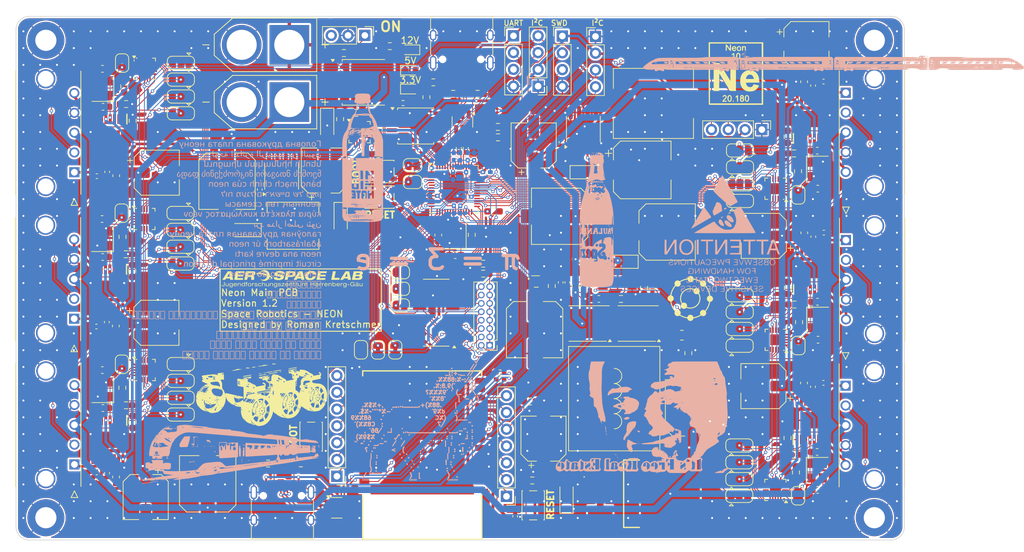
<source format=kicad_pcb>
(kicad_pcb
	(version 20240108)
	(generator "pcbnew")
	(generator_version "8.0")
	(general
		(thickness 1.6)
		(legacy_teardrops no)
	)
	(paper "A4")
	(title_block
		(comment 4 "AISLER Project ID: RMVILIPZ")
	)
	(layers
		(0 "F.Cu" signal)
		(31 "B.Cu" signal)
		(32 "B.Adhes" user "B.Adhesive")
		(33 "F.Adhes" user "F.Adhesive")
		(34 "B.Paste" user)
		(35 "F.Paste" user)
		(36 "B.SilkS" user "B.Silkscreen")
		(37 "F.SilkS" user "F.Silkscreen")
		(38 "B.Mask" user)
		(39 "F.Mask" user)
		(40 "Dwgs.User" user "User.Drawings")
		(41 "Cmts.User" user "User.Comments")
		(42 "Eco1.User" user "User.Eco1")
		(43 "Eco2.User" user "User.Eco2")
		(44 "Edge.Cuts" user)
		(45 "Margin" user)
		(46 "B.CrtYd" user "B.Courtyard")
		(47 "F.CrtYd" user "F.Courtyard")
		(48 "B.Fab" user)
		(49 "F.Fab" user)
		(50 "User.1" user)
		(51 "User.2" user)
		(52 "User.3" user)
		(53 "User.4" user)
		(54 "User.5" user)
		(55 "User.6" user)
		(56 "User.7" user)
		(57 "User.8" user)
		(58 "User.9" user)
	)
	(setup
		(stackup
			(layer "F.SilkS"
				(type "Top Silk Screen")
				(color "White")
			)
			(layer "F.Paste"
				(type "Top Solder Paste")
			)
			(layer "F.Mask"
				(type "Top Solder Mask")
				(color "Black")
				(thickness 0.01)
			)
			(layer "F.Cu"
				(type "copper")
				(thickness 0.035)
			)
			(layer "dielectric 1"
				(type "core")
				(thickness 1.51)
				(material "FR4")
				(epsilon_r 4.5)
				(loss_tangent 0.02)
			)
			(layer "B.Cu"
				(type "copper")
				(thickness 0.035)
			)
			(layer "B.Mask"
				(type "Bottom Solder Mask")
				(color "Black")
				(thickness 0.01)
			)
			(layer "B.Paste"
				(type "Bottom Solder Paste")
			)
			(layer "B.SilkS"
				(type "Bottom Silk Screen")
				(color "White")
			)
			(copper_finish "None")
			(dielectric_constraints no)
		)
		(pad_to_mask_clearance 0)
		(allow_soldermask_bridges_in_footprints no)
		(pcbplotparams
			(layerselection 0x00010fc_ffffffff)
			(plot_on_all_layers_selection 0x0000000_00000000)
			(disableapertmacros no)
			(usegerberextensions no)
			(usegerberattributes yes)
			(usegerberadvancedattributes yes)
			(creategerberjobfile yes)
			(dashed_line_dash_ratio 12.000000)
			(dashed_line_gap_ratio 3.000000)
			(svgprecision 4)
			(plotframeref no)
			(viasonmask no)
			(mode 1)
			(useauxorigin no)
			(hpglpennumber 1)
			(hpglpenspeed 20)
			(hpglpendiameter 15.000000)
			(pdf_front_fp_property_popups yes)
			(pdf_back_fp_property_popups yes)
			(dxfpolygonmode yes)
			(dxfimperialunits yes)
			(dxfusepcbnewfont yes)
			(psnegative no)
			(psa4output no)
			(plotreference yes)
			(plotvalue yes)
			(plotfptext yes)
			(plotinvisibletext no)
			(sketchpadsonfab no)
			(subtractmaskfromsilk no)
			(outputformat 1)
			(mirror no)
			(drillshape 1)
			(scaleselection 1)
			(outputdirectory "")
		)
	)
	(net 0 "")
	(net 1 "GND")
	(net 2 "Net-(BOOT_{RP}1-Pad2)")
	(net 3 "Net-(C19-Pad2)")
	(net 4 "/X_{IN}")
	(net 5 "+3V3")
	(net 6 "RESET_{ESP}")
	(net 7 "+1V1")
	(net 8 "Net-(C34-Pad2)")
	(net 9 "/Motor Driver/MOTOR1/X_{IN}")
	(net 10 "Net-(C40-Pad2)")
	(net 11 "/Motor Driver/MOTOR2/X_{IN}")
	(net 12 "Net-(C46-Pad2)")
	(net 13 "/Motor Driver/MOTOR3/X_{IN}")
	(net 14 "Net-(C52-Pad2)")
	(net 15 "/Motor Driver/MOTOR4/X_{IN}")
	(net 16 "Net-(C58-Pad2)")
	(net 17 "/Motor Driver/MOTOR5/X_{IN}")
	(net 18 "Net-(C64-Pad2)")
	(net 19 "/Motor Driver/MOTOR6/X_{IN}")
	(net 20 "VDC")
	(net 21 "+5V")
	(net 22 "Net-(D_{out}1-K)")
	(net 23 "Net-(D_{out}2-K)")
	(net 24 "Net-(J1-CC1)")
	(net 25 "D_{USB}+")
	(net 26 "D_{USB}-")
	(net 27 "unconnected-(J1-SBU1-PadA8)")
	(net 28 "Net-(J1-CC2)")
	(net 29 "unconnected-(J1-SBU2-PadB8)")
	(net 30 "/Motor Driver/MOTOR1/~{FAULT_{CH32}}")
	(net 31 "/Motor Driver/MOTOR1/~{FAULT}")
	(net 32 "IN1_{MOTOR1}")
	(net 33 "/Motor Driver/MOTOR1/IN1")
	(net 34 "/Motor Driver/MOTOR1/IN1_{CH32}")
	(net 35 "IN2_{MOTOR1}")
	(net 36 "/Motor Driver/MOTOR1/IN2")
	(net 37 "/Motor Driver/MOTOR1/IN2_{CH32}")
	(net 38 "~{SLEEP_{MOTOR1}}")
	(net 39 "/Motor Driver/MOTOR1/~{SLEEP}")
	(net 40 "/Motor Driver/MOTOR1/~{SLEEP_{CH32}}")
	(net 41 "SERVO_{MOTOR1}")
	(net 42 "/Motor Driver/MOTOR1/SERVO")
	(net 43 "/Motor Driver/MOTOR1/SERVO_{CH32}")
	(net 44 "/Motor Driver/MOTOR2/~{FAULT_{CH32}}")
	(net 45 "/Motor Driver/MOTOR2/~{FAULT}")
	(net 46 "IN1_{MOTOR2}")
	(net 47 "/Motor Driver/MOTOR2/IN1")
	(net 48 "/Motor Driver/MOTOR2/IN1_{CH32}")
	(net 49 "IN2_{MOTOR2}")
	(net 50 "/Motor Driver/MOTOR2/IN2")
	(net 51 "/Motor Driver/MOTOR2/IN2_{CH32}")
	(net 52 "~{SLEEP_{MOTOR2}}")
	(net 53 "/Motor Driver/MOTOR2/~{SLEEP}")
	(net 54 "/Motor Driver/MOTOR2/~{SLEEP_{CH32}}")
	(net 55 "SERVO_{MOTOR2}")
	(net 56 "/Motor Driver/MOTOR2/SERVO")
	(net 57 "/Motor Driver/MOTOR2/SERVO_{CH32}")
	(net 58 "/Motor Driver/MOTOR3/~{FAULT_{CH32}}")
	(net 59 "/Motor Driver/MOTOR3/~{FAULT}")
	(net 60 "IN1_{MOTOR3}")
	(net 61 "/Motor Driver/MOTOR3/IN1")
	(net 62 "/Motor Driver/MOTOR3/IN1_{CH32}")
	(net 63 "IN2_{MOTOR3}")
	(net 64 "/Motor Driver/MOTOR3/IN2")
	(net 65 "/Motor Driver/MOTOR3/IN2_{CH32}")
	(net 66 "~{SLEEP_{MOTOR3}}")
	(net 67 "/Motor Driver/MOTOR3/~{SLEEP}")
	(net 68 "/Motor Driver/MOTOR3/~{SLEEP_{CH32}}")
	(net 69 "SERVO_{MOTOR3}")
	(net 70 "/Motor Driver/MOTOR3/SERVO")
	(net 71 "/Motor Driver/MOTOR3/SERVO_{CH32}")
	(net 72 "/Motor Driver/MOTOR4/~{FAULT_{CH32}}")
	(net 73 "/Motor Driver/MOTOR4/~{FAULT}")
	(net 74 "IN1_{MOTOR4}")
	(net 75 "/Motor Driver/MOTOR4/IN1")
	(net 76 "/Motor Driver/MOTOR4/IN1_{CH32}")
	(net 77 "IN2_{MOTOR4}")
	(net 78 "/Motor Driver/MOTOR4/IN2")
	(net 79 "/Motor Driver/MOTOR4/IN2_{CH32}")
	(net 80 "~{SLEEP_{MOTOR4}}")
	(net 81 "/Motor Driver/MOTOR4/~{SLEEP}")
	(net 82 "/Motor Driver/MOTOR4/~{SLEEP_{CH32}}")
	(net 83 "SERVO_{MOTOR4}")
	(net 84 "/Motor Driver/MOTOR4/SERVO")
	(net 85 "/Motor Driver/MOTOR4/SERVO_{CH32}")
	(net 86 "/Motor Driver/MOTOR5/~{FAULT_{CH32}}")
	(net 87 "/Motor Driver/MOTOR5/~{FAULT}")
	(net 88 "IN1_{MOTOR5}")
	(net 89 "/Motor Driver/MOTOR5/IN1")
	(net 90 "/Motor Driver/MOTOR5/IN1_{CH32}")
	(net 91 "IN2_{MOTOR5}")
	(net 92 "/Motor Driver/MOTOR5/IN2")
	(net 93 "/Motor Driver/MOTOR5/IN2_{CH32}")
	(net 94 "~{SLEEP_{MOTOR5}}")
	(net 95 "/Motor Driver/MOTOR5/~{SLEEP}")
	(net 96 "/Motor Driver/MOTOR5/~{SLEEP_{CH32}}")
	(net 97 "SERVO_{MOTOR5}")
	(net 98 "/Motor Driver/MOTOR5/SERVO")
	(net 99 "/Motor Driver/MOTOR5/SERVO_{CH32}")
	(net 100 "/Motor Driver/MOTOR6/~{FAULT_{CH32}}")
	(net 101 "/Motor Driver/MOTOR6/~{FAULT}")
	(net 102 "IN1_{MOTOR6}")
	(net 103 "/Motor Driver/MOTOR6/IN1")
	(net 104 "/Motor Driver/MOTOR6/IN1_{CH32}")
	(net 105 "IN2_{MOTOR6}")
	(net 106 "/Motor Driver/MOTOR6/IN2")
	(net 107 "/Motor Driver/MOTOR6/IN2_{CH32}")
	(net 108 "~{SLEEP_{MOTOR6}}")
	(net 109 "/Motor Driver/MOTOR6/~{SLEEP}")
	(net 110 "/Motor Driver/MOTOR6/~{SLEEP_{CH32}}")
	(net 111 "SERVO_{MOTOR6}")
	(net 112 "/Motor Driver/MOTOR6/SERVO")
	(net 113 "/Motor Driver/MOTOR6/SERVO_{CH32}")
	(net 114 "Net-(IC8-VSW)")
	(net 115 "+7.5V")
	(net 116 "Net-(Q1-G)")
	(net 117 "+BATT")
	(net 118 "/CS_{QSPI}")
	(net 119 "/X_{OUT}")
	(net 120 "/D+")
	(net 121 "/D-")
	(net 122 "/RUN")
	(net 123 "/Motor Driver/MOTOR1/X_{OUT}")
	(net 124 "/Motor Driver/MOTOR2/X_{OUT}")
	(net 125 "/Motor Driver/MOTOR3/X_{OUT}")
	(net 126 "/Motor Driver/MOTOR4/X_{OUT}")
	(net 127 "/Motor Driver/MOTOR5/X_{OUT}")
	(net 128 "/Motor Driver/MOTOR6/X_{OUT}")
	(net 129 "unconnected-(U4-PA1-Pad2)")
	(net 130 "unconnected-(U4-PA2-Pad3)")
	(net 131 "unconnected-(U4-PD0-Pad5)")
	(net 132 "unconnected-(U4-PC0-Pad7)")
	(net 133 "SDA_{I2C}")
	(net 134 "SCL_{I2C}")
	(net 135 "unconnected-(U4-PC3-Pad10)")
	(net 136 "/Power Supply/V_{BATT}")
	(net 137 "unconnected-(U4-PC5-Pad12)")
	(net 138 "Net-(IC2-CPL)")
	(net 139 "unconnected-(U4-PC7-Pad14)")
	(net 140 "SWIO_{Power Supply}")
	(net 141 "unconnected-(U4-PD2-Pad16)")
	(net 142 "unconnected-(U4-PD3-Pad17)")
	(net 143 "unconnected-(U4-PD4-Pad18)")
	(net 144 "unconnected-(U4-PD5-Pad19)")
	(net 145 "unconnected-(U4-PD6-Pad20)")
	(net 146 "/SD1_{QSPI}")
	(net 147 "/SD2_{QSPI}")
	(net 148 "/SD0_{QSPI}")
	(net 149 "/SCLK_{QSPI}")
	(net 150 "/SD3_{QSPI}")
	(net 151 "TX_{UART}")
	(net 152 "RX_{UART}")
	(net 153 "/CLK_{SWD}")
	(net 154 "/DIO_{SWD}")
	(net 155 "SWIO")
	(net 156 "/INH")
	(net 157 "unconnected-(U8-PC7-Pad14)")
	(net 158 "unconnected-(U8-PD0-Pad5)")
	(net 159 "unconnected-(U8-PC0-Pad7)")
	(net 160 "unconnected-(U8-PC3-Pad10)")
	(net 161 "/Motor Driver/MOTOR1/I_{PROPI}")
	(net 162 "unconnected-(U8-PC5-Pad12)")
	(net 163 "/Motor Driver/MOTOR1/WS2812")
	(net 164 "SWIO_{MOTOR1}")
	(net 165 "unconnected-(U8-PD6-Pad20)")
	(net 166 "unconnected-(U9-PC7-Pad14)")
	(net 167 "unconnected-(U9-PD0-Pad5)")
	(net 168 "unconnected-(U9-PC0-Pad7)")
	(net 169 "unconnected-(U9-PC3-Pad10)")
	(net 170 "/Motor Driver/MOTOR2/I_{PROPI}")
	(net 171 "unconnected-(U9-PC5-Pad12)")
	(net 172 "/Motor Driver/MOTOR2/WS2812")
	(net 173 "SWIO_{MOTOR2}")
	(net 174 "unconnected-(U9-PD6-Pad20)")
	(net 175 "unconnected-(U10-PC7-Pad14)")
	(net 176 "unconnected-(U10-PD0-Pad5)")
	(net 177 "unconnected-(U10-PC0-Pad7)")
	(net 178 "unconnected-(U10-PC3-Pad10)")
	(net 179 "/Motor Driver/MOTOR3/I_{PROPI}")
	(net 180 "unconnected-(U10-PC5-Pad12)")
	(net 181 "/Motor Driver/MOTOR3/WS2812")
	(net 182 "SWIO_{MOTOR3}")
	(net 183 "unconnected-(U10-PD6-Pad20)")
	(net 184 "unconnected-(U11-PC7-Pad14)")
	(net 185 "unconnected-(U11-PD0-Pad5)")
	(net 186 "unconnected-(U11-PC0-Pad7)")
	(net 187 "unconnected-(U11-PC3-Pad10)")
	(net 188 "/Motor Driver/MOTOR4/I_{PROPI}")
	(net 189 "unconnected-(U11-PC5-Pad12)")
	(net 190 "/Motor Driver/MOTOR4/WS2812")
	(net 191 "SWIO_{MOTOR4}")
	(net 192 "unconnected-(U11-PD6-Pad20)")
	(net 193 "unconnected-(U12-PC7-Pad14)")
	(net 194 "unconnected-(U12-PD0-Pad5)")
	(net 195 "unconnected-(U12-PC0-Pad7)")
	(net 196 "unconnected-(U12-PC3-Pad10)")
	(net 197 "/Motor Driver/MOTOR5/I_{PROPI}")
	(net 198 "unconnected-(U12-PC5-Pad12)")
	(net 199 "/Motor Driver/MOTOR5/WS2812")
	(net 200 "SWIO_{MOTOR5}")
	(net 201 "unconnected-(U12-PD6-Pad20)")
	(net 202 "unconnected-(U13-PC7-Pad14)")
	(net 203 "unconnected-(U13-PD0-Pad5)")
	(net 204 "unconnected-(U13-PC0-Pad7)")
	(net 205 "unconnected-(U13-PC3-Pad10)")
	(net 206 "/Motor Driver/MOTOR6/I_{PROPI}")
	(net 207 "unconnected-(U13-PC5-Pad12)")
	(net 208 "/Motor Driver/MOTOR6/WS2812")
	(net 209 "SWIO_{MOTOR6}")
	(net 210 "unconnected-(U13-PD6-Pad20)")
	(net 211 "Net-(IC2-CPH)")
	(net 212 "Net-(IC2-VCP)")
	(net 213 "Net-(IC3-CPL)")
	(net 214 "Net-(IC3-CPH)")
	(net 215 "Net-(IC3-VCP)")
	(net 216 "Net-(IC4-CPL)")
	(net 217 "Net-(IC4-CPH)")
	(net 218 "Net-(IC4-VCP)")
	(net 219 "Net-(IC5-CPL)")
	(net 220 "Net-(IC5-CPH)")
	(net 221 "Net-(IC5-VCP)")
	(net 222 "Net-(IC6-CPL)")
	(net 223 "Net-(IC6-CPH)")
	(net 224 "Net-(IC6-VCP)")
	(net 225 "Net-(IC7-CPL)")
	(net 226 "Net-(IC7-CPH)")
	(net 227 "Net-(IC7-VCP)")
	(net 228 "Net-(D4-K)")
	(net 229 "VDD")
	(net 230 "Net-(IC8-CS)")
	(net 231 "Net-(C74-Pad1)")
	(net 232 "Net-(C75-Pad1)")
	(net 233 "Net-(IC8-COMP{slash}EN)")
	(net 234 "SDA_{I2CEXT}")
	(net 235 "SCL_{I2CEXT}")
	(net 236 "ESP_{IO4}")
	(net 237 "ESP_{IO5}")
	(net 238 "ESP_{IO6}")
	(net 239 "ESP_{IO7}")
	(net 240 "ESP_{IO8}")
	(net 241 "ESP_{IO10}")
	(net 242 "ESP_{IO11}")
	(net 243 "ESP_{IO15}")
	(net 244 "ESP_{IO18}")
	(net 245 "ESP_{IO19}")
	(net 246 "ESP_{IO20}")
	(net 247 "ESP_{IO21}")
	(net 248 "ESP_{IO22}")
	(net 249 "ESP_{IO23}")
	(net 250 "Net-(IC1-RXD0)")
	(net 251 "Net-(IC1-TXD0)")
	(net 252 "BOOT_{ESP}")
	(net 253 "/A")
	(net 254 "/B")
	(net 255 "/C")
	(net 256 "Net-(JP37-A)")
	(net 257 "Net-(JP38-A)")
	(net 258 "Net-(IC8-LSD)")
	(net 259 "Net-(IC8-HSD)")
	(net 260 "Net-(IC2-IMODE)")
	(net 261 "Net-(IC3-IMODE)")
	(net 262 "Net-(IC4-IMODE)")
	(net 263 "Net-(IC5-IMODE)")
	(net 264 "Net-(IC6-IMODE)")
	(net 265 "Net-(IC7-IMODE)")
	(net 266 "/Power Supply/feedback")
	(net 267 "/Motor Driver/MOTOR1/OUT1")
	(net 268 "/Motor Driver/MOTOR1/OUT2")
	(net 269 "/Motor Driver/MOTOR2/OUT1")
	(net 270 "/Motor Driver/MOTOR2/OUT2")
	(net 271 "/Motor Driver/MOTOR3/OUT1")
	(net 272 "/Motor Driver/MOTOR3/OUT2")
	(net 273 "/Motor Driver/MOTOR4/OUT1")
	(net 274 "/Motor Driver/MOTOR4/OUT2")
	(net 275 "/Motor Driver/MOTOR5/OUT1")
	(net 276 "/Motor Driver/MOTOR5/OUT2")
	(net 277 "/Motor Driver/MOTOR6/OUT1")
	(net 278 "/Motor Driver/MOTOR6/OUT2")
	(net 279 "unconnected-(IC1-NC-Pad22)")
	(net 280 "RX_{EXT}")
	(net 281 "TX_{EXT}")
	(net 282 "~{SERVO_{EN}}")
	(net 283 "Net-(IC8-VIN)")
	(net 284 "Net-(Q3-D)")
	(net 285 "unconnected-(U4-PC6-Pad13)")
	(net 286 "Net-(D11-A1)")
	(net 287 "D_{USBP}+")
	(net 288 "D_{USBP}-")
	(net 289 "D_{ESP}+")
	(net 290 "D_{ESP}-")
	(net 291 "Net-(IC1-IO13)")
	(net 292 "Net-(IC1-IO12)")
	(net 293 "D_{ESPP}+")
	(net 294 "unconnected-(J16-SBU2-PadB8)")
	(net 295 "Net-(J16-CC1)")
	(net 296 "D_{ESPP}-")
	(net 297 "Net-(J16-CC2)")
	(net 298 "unconnected-(J16-SBU1-PadA8)")
	(net 299 "Net-(D5-A)")
	(net 300 "Net-(D6-A)")
	(net 301 "Net-(D7-A)")
	(footprint "Capacitor_SMD:C_0402_1005Metric_Pad0.74x0.62mm_HandSolder" (layer "F.Cu") (at 260.7525 40.4829 90))
	(footprint "Crystal:Crystal_SMD_3225-4Pin_3.2x2.5mm" (layer "F.Cu") (at 153.37 40.8671 90))
	(footprint "Capacitor_SMD:C_0603_1608Metric_Pad1.08x0.95mm_HandSolder" (layer "F.Cu") (at 153.33 66.4271))
	(footprint "Crystal:Crystal_SMD_3225-4Pin_3.2x2.5mm" (layer "F.Cu") (at 153.31 63.5971 90))
	(footprint "Capacitor_SMD:C_0603_1608Metric_Pad1.08x0.95mm_HandSolder" (layer "F.Cu") (at 259.4275 62.7654 90))
	(footprint "Capacitor_SMD:C_0603_1608Metric_Pad1.08x0.95mm_HandSolder" (layer "F.Cu") (at 261.36 95.9229 180))
	(footprint "LED_SMD:LED_0603_1608Metric" (layer "F.Cu") (at 199.855 38.145))
	(footprint "Resistor_SMD:R_0603_1608Metric_Pad0.98x0.95mm_HandSolder" (layer "F.Cu") (at 189.81 35.56))
	(footprint "Resistor_SMD:R_0603_1608Metric_Pad0.98x0.95mm_HandSolder" (layer "F.Cu") (at 257.87 96.3429))
	(footprint "MIC2169BYMME:SOP50P490X104-11N" (layer "F.Cu") (at 231.19 70.21))
	(footprint "Resistor_SMD:R_0603_1608Metric_Pad0.98x0.95mm_HandSolder" (layer "F.Cu") (at 227.6425 67.35))
	(footprint "Resistor_SMD:R_0603_1608Metric_Pad0.98x0.95mm_HandSolder" (layer "F.Cu") (at 195.015 50.875))
	(footprint "Package_TO_SOT_SMD:TO-252-2" (layer "F.Cu") (at 192.86 39.99))
	(footprint "Package_DFN_QFN:QFN-20-1EP_3x3mm_P0.4mm_EP1.65x1.65mm" (layer "F.Cu") (at 159.6975 37.9371))
	(footprint "Capacitor_SMD:C_0402_1005Metric_Pad0.74x0.62mm_HandSolder" (layer "F.Cu") (at 153.9575 76.2771 -90))
	(footprint "Crystal:Crystal_SMD_3225-4Pin_3.2x2.5mm" (layer "F.Cu") (at 206.64 63.21 90))
	(footprint "Capacitor_SMD:C_0402_1005Metric_Pad0.74x0.62mm_HandSolder" (layer "F.Cu") (at 226.06 70.77 -90))
	(footprint "kicad-librarys:asl-neon"
		(layer "F.Cu")
		(uuid "1e7c81eb-8937-43de-b004-81e914938f0e")
		(at 179.746591 77.777768)
		(property "Reference" "G***"
			(at 0 0 0)
			(layer "F.SilkS")
			(hide yes)
			(uuid "6e2e016d-2062-4fba-bd60-daa2fbd4e094")
			(effects
				(font
					(size 1.5 1.5)
					(thickness 0.3)
				)
			)
		)
		(property "Value" "LOGO"
			(at 0.133593 0 0)
			(layer "F.SilkS")
			(hide yes)
			(uuid "ee93dab8-a954-4135-96d0-f90f69807fe8")
			(effects
				(font
					(size 1.5 1.5)
					(thickness 0.3)
				)
			)
		)
		(property "Footprint" "kicad-librarys:asl-neon"
			(at 0 0 0)
			(unlocked yes)
			(layer "F.Fab")
			(hide yes)
			(uuid "ec87552f-b4e1-47a0-b2c8-16a985413d85")
			(effects
				(font
					(size 1.27 1.27)
					(thickness 0.15)
				)
			)
		)
		(property "Datasheet" ""
			(at 0 0 0)
			(unlocked yes)
			(layer "F.Fab")
			(hide yes)
			(uuid "b53c4798-cd24-4bb6-be98-654a28189a30")
			(effects
				(font
					(size 1.27 1.27)
					(thickness 0.15)
				)
			)
		)
		(property "Description" ""
			(at 0 0 0)
			(unlocked yes)
			(layer "F.Fab")
			(hide yes)
			(uuid "e4893128-4a5a-4e8d-94ba-dbc17442079c")
			(effects
				(font
					(size 1.27 1.27)
					(thickness 0.15)
				)
			)
		)
		(attr board_only exclude_from_pos_files exclude_from_bom)
		(fp_poly
			(pts
				(xy -11.006992 8.021647) (xy -11.014533 8.029188) (xy -11.022073 8.021647) (xy -11.014533 8.014107)
			)
			(stroke
				(width 0)
				(type solid)
			)
			(fill solid)
			(layer "F.SilkS")
			(uuid "8a860d7d-5093-4b4d-b432-9086a68993d2")
		)
		(fp_poly
			(pts
				(xy -10.509311 6.36271) (xy -10.516852 6.37025) (xy -10.524392 6.36271) (xy -10.516852 6.35517)
			)
			(stroke
				(width 0)
				(type solid)
			)
			(fill solid)
			(layer "F.SilkS")
			(uuid "6ddb3b36-38e1-4829-a38a-d8125a152e46")
		)
		(fp_poly
			(pts
				(xy -10.343417 12.153908) (xy -10.350957 12.161449) (xy -10.358498 12.153908) (xy -10.350957 12.146367)
			)
			(stroke
				(width 0)
				(type solid)
			)
			(fill solid)
			(layer "F.SilkS")
			(uuid "c96e0a94-0dfb-45d0-8433-2d08639ad18e")
		)
		(fp_poly
			(pts
				(xy -9.106754 10.61562) (xy -9.114296 10.623162) (xy -9.121836 10.61562) (xy -9.114296 10.608079)
			)
			(stroke
				(width 0)
				(type solid)
			)
			(fill solid)
			(layer "F.SilkS")
			(uuid "48ad65ff-b4ae-412b-9024-2519c4d23790")
		)
		(fp_poly
			(pts
				(xy -7.990742 6.649254) (xy -7.998282 6.656795) (xy -8.005823 6.649254) (xy -7.998282 6.641712)
			)
			(stroke
				(width 0)
				(type solid)
			)
			(fill solid)
			(layer "F.SilkS")
			(uuid "1b35bbff-4982-4c78-abc2-7fcea72f50f8")
		)
		(fp_poly
			(pts
				(xy -7.990742 7.08661) (xy -7.998282 7.09415) (xy -8.005823 7.08661) (xy -7.998282 7.07907)
			)
			(stroke
				(width 0)
				(type solid)
			)
			(fill solid)
			(layer "F.SilkS")
			(uuid "54529838-ae7d-478f-89be-3399e5abc79d")
		)
		(fp_poly
			(pts
				(xy -7.975661 6.709579) (xy -7.983202 6.71712) (xy -7.990742 6.709579) (xy -7.983202 6.702038)
			)
			(stroke
				(width 0)
				(type solid)
			)
			(fill solid)
			(layer "F.SilkS")
			(uuid "f2ee35d4-03ed-409f-802a-c29eaabd859e")
		)
		(fp_poly
			(pts
				(xy -7.975661 6.830229) (xy -7.983202 6.83777) (xy -7.990742 6.830229) (xy -7.983202 6.822687)
			)
			(stroke
				(width 0)
				(type solid)
			)
			(fill solid)
			(layer "F.SilkS")
			(uuid "56138a9d-f4ec-4a51-bc29-22785ed571af")
		)
		(fp_poly
			(pts
				(xy -7.870092 6.830229) (xy -7.877632 6.83777) (xy -7.885173 6.830229) (xy -7.877632 6.822687)
			)
			(stroke
				(width 0)
				(type solid)
			)
			(fill solid)
			(layer "F.SilkS")
			(uuid "723894cf-8653-422e-9815-4cbf90692ae5")
		)
		(fp_poly
			(pts
				(xy -7.855011 6.754822) (xy -7.862551 6.762363) (xy -7.870092 6.754822) (xy -7.862551 6.747282)
			)
			(stroke
				(width 0)
				(type solid)
			)
			(fill solid)
			(layer "F.SilkS")
			(uuid "99341bb7-8723-4ee3-bb45-2efb5f8c0271")
		)
		(fp_poly
			(pts
				(xy -7.855011 7.071529) (xy -7.862551 7.07907) (xy -7.870092 7.071529) (xy -7.862551 7.063988)
			)
			(stroke
				(width 0)
				(type solid)
			)
			(fill solid)
			(layer "F.SilkS")
			(uuid "48492e63-5bc6-404c-a5fe-fe611a0b337b")
		)
		(fp_poly
			(pts
				(xy -7.598629 6.528604) (xy -7.60617 6.536145) (xy -7.613711 6.528604) (xy -7.60617 6.521063)
			)
			(stroke
				(width 0)
				(type solid)
			)
			(fill solid)
			(layer "F.SilkS")
			(uuid "765fa2cf-a13e-4259-8234-882f4ff8da4b")
		)
		(fp_poly
			(pts
				(xy -7.583548 6.60401) (xy -7.591088 6.611551) (xy -7.598629 6.60401) (xy -7.591088 6.596469)
			)
			(stroke
				(width 0)
				(type solid)
			)
			(fill solid)
			(layer "F.SilkS")
			(uuid "76123998-bd67-4d0d-9ca3-db1b148c82ae")
		)
		(fp_poly
			(pts
				(xy -6.452454 10.268752) (xy -6.459995 10.276292) (xy -6.467536 10.268752) (xy -6.459995 10.261212)
			)
			(stroke
				(width 0)
				(type solid)
			)
			(fill solid)
			(layer "F.SilkS")
			(uuid "040c7910-1563-4474-8502-8d466748911a")
		)
		(fp_poly
			(pts
				(xy -5.653148 11.354602) (xy -5.660688 11.362142) (xy -5.668229 11.354602) (xy -5.660688 11.347062)
			)
			(stroke
				(width 0)
				(type solid)
			)
			(fill solid)
			(layer "F.SilkS")
			(uuid "2e82f678-0138-46a3-8311-f1eec07926cf")
		)
		(fp_poly
			(pts
				(xy -5.607904 11.354602) (xy -5.615445 11.362142) (xy -5.622986 11.354602) (xy -5.615445 11.347062)
			)
			(stroke
				(width 0)
				(type solid)
			)
			(fill solid)
			(layer "F.SilkS")
			(uuid "3fd30d88-5b85-4896-b7a8-f00560121c80")
		)
		(fp_poly
			(pts
				(xy -5.366604 11.837202) (xy -5.374145 11.844743) (xy -5.381686 11.837202) (xy -5.374145 11.829661)
			)
			(stroke
				(width 0)
				(type solid)
			)
			(fill solid)
			(layer "F.SilkS")
			(uuid "a7fc0faa-fffe-4575-9de4-ba0570edc187")
		)
		(fp_poly
			(pts
				(xy -5.095142 13.104027) (xy -5.102682 13.111568) (xy -5.110223 13.104027) (xy -5.102682 13.096486)
			)
			(stroke
				(width 0)
				(type solid)
			)
			(fill solid)
			(layer "F.SilkS")
			(uuid "99486c08-2636-4602-81a6-9c9c7af03039")
		)
		(fp_poly
			(pts
				(xy -4.627623 9.52977) (xy -4.635164 9.537312) (xy -4.642704 9.52977) (xy -4.635164 9.522229)
			)
			(stroke
				(width 0)
				(type solid)
			)
			(fill solid)
			(layer "F.SilkS")
			(uuid "10d9fac2-5177-4dac-8fde-499e0ef2606c")
		)
		(fp_poly
			(pts
				(xy -2.395598 6.287304) (xy -2.403138 6.294845) (xy -2.410679 6.287304) (xy -2.403138 6.279762)
			)
			(stroke
				(width 0)
				(type solid)
			)
			(fill solid)
			(layer "F.SilkS")
			(uuid "764b616c-0395-41bf-b9bf-d50202f7775b")
		)
		(fp_poly
			(pts
				(xy -2.244788 6.272222) (xy -2.252329 6.279762) (xy -2.25987 6.272222) (xy -2.252329 6.264682)
			)
			(stroke
				(width 0)
				(type solid)
			)
			(fill solid)
			(layer "F.SilkS")
			(uuid "163ba322-58da-4c2a-9f9b-c4751a0e3ff2")
		)
		(fp_poly
			(pts
				(xy -2.244788 6.453197) (xy -2.252329 6.460737) (xy -2.25987 6.453197) (xy -2.252329 6.445657)
			)
			(stroke
				(width 0)
				(type solid)
			)
			(fill solid)
			(layer "F.SilkS")
			(uuid "335eb75b-7c3e-4b97-b477-75dc9ff05233")
		)
		(fp_poly
			(pts
				(xy -2.033651 6.151572) (xy -2.041191 6.159113) (xy -2.048731 6.151572) (xy -2.041191 6.144031)
			)
			(stroke
				(width 0)
				(type solid)
			)
			(fill solid)
			(layer "F.SilkS")
			(uuid "4c67395f-7432-4c73-8079-6156e8537bd6")
		)
		(fp_poly
			(pts
				(xy -1.641538 6.136491) (xy -1.649079 6.144031) (xy -1.656619 6.136491) (xy -1.649079 6.128951)
			)
			(stroke
				(width 0)
				(type solid)
			)
			(fill solid)
			(layer "F.SilkS")
			(uuid "7c648532-7404-47de-a030-0dbc0b56e4a8")
		)
		(fp_poly
			(pts
				(xy -1.475644 8.474085) (xy -1.483185 8.481626) (xy -1.490726 8.474085) (xy -1.483185 8.466545)
			)
			(stroke
				(width 0)
				(type solid)
			)
			(fill solid)
			(layer "F.SilkS")
			(uuid "7198ae7a-6989-4531-a1ed-2ff5e5ab4ca4")
		)
		(fp_poly
			(pts
				(xy 0.002318 6.181735) (xy -0.005222 6.189275) (xy -0.012763 6.181735) (xy -0.005222 6.174195)
			)
			(stroke
				(width 0)
				(type solid)
			)
			(fill solid)
			(layer "F.SilkS")
			(uuid "a85255c0-85e1-4c9a-8239-2dc1a1b1e7f2")
		)
		(fp_poly
			(pts
				(xy 2.762186 5.231616) (xy 2.754646 5.239156) (xy 2.747106 5.231616) (xy 2.754646 5.224076)
			)
			(stroke
				(width 0)
				(type solid)
			)
			(fill solid)
			(layer "F.SilkS")
			(uuid "e3d317f4-b39c-49cc-8a4a-773008f30d46")
		)
		(fp_poly
			(pts
				(xy -8.914782 8.623326) (xy -8.91928 8.630181) (xy -8.934577 8.631247) (xy -8.950668 8.627564) (xy -8.943689 8.622136)
				(xy -8.920118 8.620338)
			)
			(stroke
				(width 0)
				(type solid)
			)
			(fill solid)
			(layer "F.SilkS")
			(uuid "4778adfa-a815-467f-9ef4-283fe2cfd411")
		)
		(fp_poly
			(pts
				(xy -8.01085 6.842797) (xy -8.009046 6.860695) (xy -8.01085 6.862905) (xy -8.019816 6.860835) (xy -8.020904 6.852851)
				(xy -8.015387 6.840437)
			)
			(stroke
				(width 0)
				(type solid)
			)
			(fill solid)
			(layer "F.SilkS")
			(uuid "f62b10ac-3a9e-454a-b0e1-0a0ab4eaac2f")
		)
		(fp_poly
			(pts
				(xy -7.860038 6.888041) (xy -7.858232 6.905939) (xy -7.860038 6.908149) (xy -7.869003 6.906078)
				(xy -7.870092 6.898095) (xy -7.864573 6.885681)
			)
			(stroke
				(width 0)
				(type solid)
			)
			(fill solid)
			(layer "F.SilkS")
			(uuid "adbc99b0-bdc9-49a5-bc1c-b8ed2fd612ac")
		)
		(fp_poly
			(pts
				(xy -7.860038 7.00869) (xy -7.858232 7.026588) (xy -7.860038 7.028799) (xy -7.869003 7.026728) (xy -7.870092 7.018745)
				(xy -7.864573 7.006331)
			)
			(stroke
				(width 0)
				(type solid)
			)
			(fill solid)
			(layer "F.SilkS")
			(uuid "9ca1b935-5110-4c2a-bbd7-d92637f5fb54")
		)
		(fp_poly
			(pts
				(xy -2.174409 6.254628) (xy -2.176479 6.263593) (xy -2.184463 6.264682) (xy -2.196876 6.259164)
				(xy -2.194516 6.254628) (xy -2.176618 6.252822)
			)
			(stroke
				(width 0)
				(type solid)
			)
			(fill solid)
			(layer "F.SilkS")
			(uuid "14d9d710-23ee-4f4f-bea0-bebe4b8be64c")
		)
		(fp_poly
			(pts
				(xy -8.841465 10.189686) (xy -8.845528 10.203342) (xy -8.857549 10.215665) (xy -8.876512 10.22539)
				(xy -8.880536 10.218704) (xy -8.871113 10.198947) (xy -8.852389 10.187328)
			)
			(stroke
				(width 0)
				(type solid)
			)
			(fill solid)
			(layer "F.SilkS")
			(uuid "b797c37b-b287-4a90-9003-351f913f7c63")
		)
		(fp_poly
			(pts
				(xy -2.246148 6.207498) (xy -2.247997 6.221523) (xy -2.256303 6.232875) (xy -2.266159 6.221463)
				(xy -2.271693 6.199259) (xy -2.268919 6.193299) (xy -2.254011 6.190823)
			)
			(stroke
				(width 0)
				(type solid)
			)
			(fill solid)
			(layer "F.SilkS")
			(uuid "64e81c60-b6fd-4c09-8a24-399bfe8c149f")
		)
		(fp_poly
			(pts
				(xy -0.904887 8.035288) (xy -0.888697 8.050473) (xy -0.892018 8.059204) (xy -0.894126 8.059351)
				(xy -0.906882 8.048639) (xy -0.911538 8.041939) (xy -0.913315 8.031619)
			)
			(stroke
				(width 0)
				(type solid)
			)
			(fill solid)
			(layer "F.SilkS")
			(uuid "62b37711-2ff7-427b-b5c2-4bb4decba1d1")
		)
		(fp_poly
			(pts
				(xy 2.158485 10.855817) (xy 2.156738 10.863035) (xy 2.141921 10.870414) (xy 2.130934 10.865863)
				(xy 2.119014 10.85172) (xy 2.128168 10.842214) (xy 2.151052 10.838262)
			)
			(stroke
				(width 0)
				(type solid)
			)
			(fill solid)
			(layer "F.SilkS")
			(uuid "20f75dbc-6551-4652-8c71-c551c5cdf39a")
		)
		(fp_poly
			(pts
				(xy -9.123537 9.926557) (xy -9.121836 9.936964) (xy -9.129979 9.957034) (xy -9.136917 9.959586)
				(xy -9.150297 9.94737) (xy -9.151998 9.936964) (xy -9.143855 9.916894) (xy -9.136917 9.914342)
			)
			(stroke
				(width 0)
				(type solid)
			)
			(fill solid)
			(layer "F.SilkS")
			(uuid "4e44840b-fe57-44ce-8a29-a8536da588e0")
		)
		(fp_poly
			(pts
				(xy -8.020904 6.769904) (xy -8.006518 6.783456) (xy -8.005823 6.785875) (xy -8.017491 6.792352)
				(xy -8.020904 6.792526) (xy -8.035406 6.780932) (xy -8.035986 6.776555) (xy -8.026747 6.767548)
			)
			(stroke
				(width 0)
				(type solid)
			)
			(fill solid)
			(layer "F.SilkS")
			(uuid "bbae9d14-cf71-422d-946f-5699e21476f0")
		)
		(fp_poly
			(pts
				(xy -8.005996 6.939925) (xy -8.005823 6.943338) (xy -8.017417 6.95784) (xy -8.021795 6.958419) (xy -8.030802 6.94918)
				(xy -8.028446 6.943338) (xy -8.014893 6.928951) (xy -8.012474 6.928257)
			)
			(stroke
				(width 0)
				(type solid)
			)
			(fill solid)
			(layer "F.SilkS")
			(uuid "e3a2ceee-fe51-4689-b764-0a338b5886dd")
		)
		(fp_poly
			(pts
				(xy -7.848665 6.668805) (xy -7.850641 6.686956) (xy -7.859396 6.711321) (xy -7.86431 6.71712) (xy -7.869017 6.704428)
				(xy -7.870092 6.686956) (xy -7.864362 6.662441) (xy -7.856422 6.656795)
			)
			(stroke
				(width 0)
				(type solid)
			)
			(fill solid)
			(layer "F.SilkS")
			(uuid "bc141e43-39ef-4907-9f70-6c3d22ad905b")
		)
		(fp_poly
			(pts
				(xy -7.724464 6.560465) (xy -7.72682 6.566307) (xy -7.740372 6.580694) (xy -7.742791 6.581388) (xy -7.749269 6.56972)
				(xy -7.749442 6.566307) (xy -7.737848 6.551805) (xy -7.733471 6.551225)
			)
			(stroke
				(width 0)
				(type solid)
			)
			(fill solid)
			(layer "F.SilkS")
			(uuid "601d9abb-ca96-4a46-ab6f-f119b9b4529e")
		)
		(fp_poly
			(pts
				(xy -2.456362 6.291239) (xy -2.455923 6.294845) (xy -2.4674 6.309488) (xy -2.471004 6.309926) (xy -2.485648 6.298449)
				(xy -2.486086 6.294845) (xy -2.47461 6.280201) (xy -2.471004 6.279762)
			)
			(stroke
				(width 0)
				(type solid)
			)
			(fill solid)
			(layer "F.SilkS")
			(uuid "b5a0b2fe-e4d6-4d55-b35b-304f5dbdbc26")
		)
		(fp_poly
			(pts
				(xy -2.10923 6.231106) (xy -2.109056 6.234519) (xy -2.12065 6.249021) (xy -2.125028 6.249601) (xy -2.134035 6.240361)
				(xy -2.131679 6.234519) (xy -2.118126 6.220132) (xy -2.115707 6.219438)
			)
			(stroke
				(width 0)
				(type solid)
			)
			(fill solid)
			(layer "F.SilkS")
			(uuid "3dc0576c-4719-4030-a8e1-0dbb1726636a")
		)
		(fp_poly
			(pts
				(xy -1.485968 8.432105) (xy -1.484738 8.433868) (xy -1.489352 8.444885) (xy -1.498929 8.446436)
				(xy -1.518589 8.439451) (xy -1.520888 8.433868) (xy -1.509462 8.421542) (xy -1.506696 8.421301)
			)
			(stroke
				(width 0)
				(type solid)
			)
			(fill solid)
			(layer "F.SilkS")
			(uuid "878b7411-da65-4838-94e2-64b1d11a2da7")
		)
		(fp_poly
			(pts
				(xy -1.482199 8.510284) (xy -1.480671 8.519977) (xy -1.489994 8.539612) (xy -1.497548 8.54195) (xy -1.511517 8.529418)
				(xy -1.514424 8.513501) (xy -1.507309 8.49306) (xy -1.497548 8.491529)
			)
			(stroke
				(width 0)
				(type solid)
			)
			(fill solid)
			(layer "F.SilkS")
			(uuid "3022812a-a9ea-4807-8a02-1b04480c14f8")
		)
		(fp_poly
			(pts
				(xy -0.68107 5.98788) (xy -0.683879 5.99322) (xy -0.698088 6.007622) (xy -0.70074 6.0083) (xy -0.701769 5.998559)
				(xy -0.69896 5.99322) (xy -0.68475 5.978817) (xy -0.682098 5.978138)
			)
			(stroke
				(width 0)
				(type solid)
			)
			(fill solid)
			(layer "F.SilkS")
			(uuid "c15711fb-d815-445d-90b2-4c1c13fb0ff5")
		)
		(fp_poly
			(pts
				(xy -0.617681 5.950109) (xy -0.618564 5.975333) (xy -0.625115 5.995746) (xy -0.638765 5.988592)
				(xy -0.64417 5.982916) (xy -0.656381 5.958969) (xy -0.648191 5.943958) (xy -0.62804 5.93432)
			)
			(stroke
				(width 0)
				(type solid)
			)
			(fill solid)
			(layer "F.SilkS")
			(uuid "a12ea8ad-4344-4719-930b-891b63e1bc03")
		)
		(fp_poly
			(pts
				(xy 3.007941 6.441538) (xy 3.011028 6.445657) (xy 3.007609 6.458569) (xy 2.996836 6.460737) (xy 2.976202 6.452864)
				(xy 2.973325 6.445657) (xy 2.984149 6.431007) (xy 2.987516 6.430576)
			)
			(stroke
				(width 0)
				(type solid)
			)
			(fill solid)
			(layer "F.SilkS")
			(uuid "2d9b833f-75cd-45b7-84e9-b82e27a7b43f")
		)
		(fp_poly
			(pts
				(xy -3.471139 12.436878) (xy -3.479652 12.45334) (xy -3.481448 12.455533) (xy -3.499519 12.474276)
				(xy -3.505917 12.478155) (xy -3.510982 12.465838) (xy -3.511611 12.455533) (xy -3.499399 12.435974)
				(xy -3.487142 12.432912)
			)
			(stroke
				(width 0)
				(type solid)
			)
			(fill solid)
			(layer "F.SilkS")
			(uuid "956bf5e0-af57-4dea-9624-6a08faceaef0")
		)
		(fp_poly
			(pts
				(xy -2.199943 6.19241) (xy -2.199775 6.200587) (xy -2.205272 6.227065) (xy -2.214626 6.234519) (xy -2.229109 6.225859)
				(xy -2.229475 6.223208) (xy -2.22194 6.202061) (xy -2.214626 6.189275) (xy -2.203625 6.177431)
			)
			(stroke
				(width 0)
				(type solid)
			)
			(fill solid)
			(layer "F.SilkS")
			(uuid "24b17649-5709-4505-b8c2-19583d7d1811")
		)
		(fp_poly
			(pts
				(xy -9.558682 6.945919) (xy -9.550026 6.967064) (xy -9.547809 7.003001) (xy -9.558974 7.023336)
				(xy -9.578875 7.021843) (xy -9.586338 7.015728) (xy -9.600948 6.986839) (xy -9.604436 6.962944)
				(xy -9.596327 6.934955) (xy -9.578053 6.929509)
			)
			(stroke
				(width 0)
				(type solid)
			)
			(fill solid)
			(layer "F.SilkS")
			(uuid "78eded31-0aa8-473a-959c-867771534f0e")
		)
		(fp_poly
			(pts
				(xy 2.447031 6.531961) (xy 2.459334 6.554142) (xy 2.459257 6.571842) (xy 2.458655 6.572433) (xy 2.441576 6.57268)
				(xy 2.43417 6.570526) (xy 2.418629 6.554806) (xy 2.416517 6.533341) (xy 2.428836 6.521187) (xy 2.430873 6.521063)
			)
			(stroke
				(width 0)
				(type solid)
			)
			(fill solid)
			(layer "F.SilkS")
			(uuid "684554cc-4e13-473b-8e05-ab94602e8e89")
		)
		(fp_poly
			(pts
				(xy -10.500718 6.407954) (xy -10.483866 6.437712) (xy -10.472708 6.449196) (xy -10.473395 6.457059)
				(xy -10.497667 6.460505) (xy -10.497999 6.460507) (xy -10.527715 6.457141) (xy -10.538413 6.449427)
				(xy -10.532335 6.427538) (xy -10.524951 6.407954) (xy -10.512548 6.377791)
			)
			(stroke
				(width 0)
				(type solid)
			)
			(fill solid)
			(layer "F.SilkS")
			(uuid "83e6b096-7dc5-4e46-aa12-0e71df6b85cc")
		)
		(fp_poly
			(pts
				(xy -10.490608 12.072555) (xy -10.467994 12.086338) (xy -10.464067 12.094113) (xy -10.467837 12.099339)
				(xy -10.483581 12.095237) (xy -10.516262 12.087836) (xy -10.516852 12.087708) (xy -10.545364 12.077721)
				(xy -10.544595 12.066866) (xy -10.543555 12.066174) (xy -10.520696 12.06411)
			)
			(stroke
				(width 0)
				(type solid)
			)
			(fill solid)
			(layer "F.SilkS")
			(uuid "aba4ce36-2916-4bf6-8e3c-2660667833dd")
		)
		(fp_poly
			(pts
				(xy 1.475098 12.116205) (xy 1.467672 12.152381) (xy 1.465405 12.17276) (xy 1.452357 12.186925) (xy 1.427496 12.191611)
				(xy 1.39914 12.18741) (xy 1.389794 12.179351) (xy 1.399894 12.162368) (xy 1.425246 12.134354) (xy 1.437188 12.122796)
				(xy 1.484583 12.078502)
			)
			(stroke
				(width 0)
				(type solid)
			)
			(fill solid)
			(layer "F.SilkS")
			(uuid "e3e00bb2-7b42-4520-98bb-8af26dfb2aa2")
		)
		(fp_poly
			(pts
				(xy -5.825724 7.636729) (xy -5.810519 7.662483) (xy -5.806968 7.694947) (xy -5.817729 7.72628) (xy -5.835446 7.73972)
				(xy -5.852254 7.731104) (xy -5.856737 7.721276) (xy -5.867328 7.687309) (xy -5.870431 7.677181)
				(xy -5.868719 7.647037) (xy -5.86404 7.636678) (xy -5.845856 7.625789)
			)
			(stroke
				(width 0)
				(type solid)
			)
			(fill solid)
			(layer "F.SilkS")
			(uuid "18860cd5-fcaa-43e8-81c3-497598df634b")
		)
		(fp_poly
			(pts
				(xy -2.306363 6.207781) (xy -2.285132 6.219885) (xy -2.278597 6.237639) (xy -2.28994 6.249107) (xy -2.29521 6.249601)
				(xy -2.31775 6.262115) (xy -2.324716 6.275993) (xy -2.328639 6.281236) (xy -2.329806 6.260749) (xy -2.329592 6.253025)
				(xy -2.323106 6.216877) (xy -2.306792 6.207703)
			)
			(stroke
				(width 0)
				(type solid)
			)
			(fill solid)
			(layer "F.SilkS")
			(uuid "082ae306-6f37-4548-bbdb-f59c3eae86ce")
		)
		(fp_poly
			(pts
				(xy -2.412135 6.241059) (xy -2.376824 6.244194) (xy -2.360181 6.250807) (xy -2.360242 6.253371)
				(xy -2.379382 6.262965) (xy -2.395231 6.264682) (xy -2.421194 6.270995) (xy -2.428274 6.278278)
				(xy -2.44051 6.280615) (xy -2.452153 6.271373) (xy -2.467452 6.252323) (xy -2.464018 6.243282) (xy -2.43735 6.240841)
			)
			(stroke
				(width 0)
				(type solid)
			)
			(fill solid)
			(layer "F.SilkS")
			(uuid "7e024024-fa0d-45f5-9ad8-068dc31d595a")
		)
		(fp_poly
			(pts
				(xy -8.196137 6.147702) (xy -8.145119 6.157833) (xy -8.11612 6.173107) (xy -8.111392 6.183621) (xy -8.117883 6.201162)
				(xy -8.122703 6.202257) (xy -8.142527 6.198934) (xy -8.182894 6.192368) (xy -8.228271 6.185071)
				(xy -8.283032 6.173801) (xy -8.314099 6.162321) (xy -8.319938 6.152389) (xy -8.29901 6.145768) (xy -8.264089 6.144031)
			)
			(stroke
				(width 0)
				(type solid)
			)
			(fill solid)
			(layer "F.SilkS")
			(uuid "864c4d99-21c7-44e6-9e8c-3c567b17306c")
		)
		(fp_poly
			(pts
				(xy -10.725555 10.916942) (xy -10.733403 10.954927) (xy -10.746294 11.006908) (xy -10.76218 11.06551)
				(xy -10.779015 11.12336) (xy -10.794751 11.173083) (xy -10.807341 11.207303) (xy -10.812949 11.217834)
				(xy -10.815216 11.211704) (xy -10.8098 11.182677) (xy -10.797866 11.13669) (xy -10.795195 11.127346)
				(xy -10.777065 11.06366) (xy -10.759789 11.001235) (xy -10.748298 10.958141) (xy -10.737009 10.920924)
				(xy -10.727606 10.901239) (xy -10.724799 10.900327)
			)
			(stroke
				(width 0)
				(type solid)
			)
			(fill solid)
			(layer "F.SilkS")
			(uuid "02f82ba8-4fa0-4319-a7ef-d858e8a24821")
		)
		(fp_poly
			(pts
				(xy -3.560553 5.237809) (xy -3.496453 5.244114) (xy -3.423554 5.252864) (xy -3.348436 5.263159)
				(xy -3.277681 5.274105) (xy -3.217871 5.284805) (xy -3.175585 5.294361) (xy -3.157955 5.301242)
				(xy -3.156977 5.309341) (xy -3.178085 5.312216) (xy -3.222922 5.309737) (xy -3.293133 5.301779)
				(xy -3.390357 5.288212) (xy -3.458827 5.27787) (xy -3.539829 5.26448) (xy -3.598342 5.252869) (xy -3.632055 5.243578)
				(xy -3.638663 5.237153) (xy -3.636025 5.236115) (xy -3.60927 5.234844)
			)
			(stroke
				(width 0)
				(type solid)
			)
			(fill solid)
			(layer "F.SilkS")
			(uuid "455195eb-8da0-4ed9-8086-f8ef0a800205")
		)
		(fp_poly
			(pts
				(xy -3.50782 5.287407) (xy -3.43075 5.298992) (xy -3.366102 5.309569) (xy -3.318871 5.318255) (xy -3.294046 5.32416)
				(xy -3.291591 5.325789) (xy -3.307201 5.329654) (xy -3.346458 5.337106) (xy -3.403199 5.347131)
				(xy -3.47126 5.358714) (xy -3.544481 5.370838) (xy -3.616696 5.382488) (xy -3.681745 5.39265) (xy -3.733463 5.400309)
				(xy -3.765689 5.404448) (xy -3.771762 5.40489) (xy -3.77982 5.391933) (xy -3.783073 5.361478) (xy -3.773866 5.317548)
				(xy -3.75668 5.286583) (xy -3.730289 5.255263)
			)
			(stroke
				(width 0)
				(type solid)
			)
			(fill solid)
			(layer "F.SilkS")
			(uuid "99617288-bc8e-42b4-9a85-a651ea97dfc6")
		)
		(fp_poly
			(pts
				(xy 0.573455 5.963789) (xy 0.575406 5.999) (xy 0.573894 6.02669) (xy 0.565952 6.043799) (xy 0.546468 6.051473)
				(xy 0.510333 6.05086) (xy 0.452434 6.043107) (xy 0.409511 6.036221) (xy 0.356173 6.028251) (xy 0.310141 6.022643)
				(xy 0.291502 6.021136) (xy 0.266523 6.017342) (xy 0.268842 6.010059) (xy 0.29593 6.000291) (xy 0.345256 5.989037)
				(xy 0.394431 5.980367) (xy 0.454294 5.970345) (xy 0.506196 5.960858) (xy 0.539686 5.953825) (xy 0.541473 5.95337)
				(xy 0.563942 5.95073)
			)
			(stroke
				(width 0)
				(type solid)
			)
			(fill solid)
			(layer "F.SilkS")
			(uuid "5e27fb97-f685-4d1e-924c-eea3aebdb2b4")
		)
		(fp_poly
			(pts
				(xy -1.838446 4.939262) (xy -1.80076 4.942907) (xy -1.742783 4.949838) (xy -1.660935 4.960375) (xy -1.590033 4.969737)
				(xy -1.494616 4.983311) (xy -1.41849 4.995964) (xy -1.363543 5.007192) (xy -1.331662 5.016491) (xy -1.324735 5.023356)
				(xy -1.344648 5.027282) (xy -1.372086 5.02802) (xy -1.40949 5.02616) (xy -1.431444 5.021599) (xy -1.432623 5.020769)
				(xy -1.449388 5.016075) (xy -1.49043 5.008171) (xy -1.550158 4.998039) (xy -1.62298 4.986659) (xy -1.649079 4.982776)
				(xy -1.72501 4.971199) (xy -1.789702 4.960543) (xy -1.837565 4.951791) (xy -1.863007 4.945923) (xy -1.865533 4.944783)
				(xy -1.867255 4.940523) (xy -1.859418 4.938575)
			)
			(stroke
				(width 0)
				(type solid)
			)
			(fill solid)
			(layer "F.SilkS")
			(uuid "c56d216f-4ead-41c3-9b74-4e87739d8417")
		)
		(fp_poly
			(pts
				(xy -2.752165 5.119631) (xy -2.720554 5.121888) (xy -2.671275 5.127315) (xy -2.610547 5.135008)
				(xy -2.54459 5.144067) (xy -2.479627 5.15359) (xy -2.421874 5.162674) (xy -2.377558 5.17042) (xy -2.352892 5.175923)
				(xy -2.350357 5.177876) (xy -2.380904 5.185246) (xy -2.426404 5.192963) (xy -2.47847 5.200042) (xy -2.528706 5.205488)
				(xy -2.568718 5.208315) (xy -2.590111 5.207533) (xy -2.591654 5.206326) (xy -2.60541 5.200005) (xy -2.641402 5.195534)
				(xy -2.689683 5.193912) (xy -2.742734 5.194853) (xy -2.772311 5.199041) (xy -2.785079 5.208526)
				(xy -2.787711 5.224076) (xy -2.796353 5.248537) (xy -2.808447 5.254238) (xy -2.837108 5.256394)
				(xy -2.878048 5.261613) (xy -2.880083 5.261918) (xy -2.930982 5.269597) (xy -2.881969 5.246793)
				(xy -2.845248 5.221446) (xy -2.832954 5.195104) (xy -2.827113 5.149963) (xy -2.805638 5.126638)
				(xy -2.762608 5.119597)
			)
			(stroke
				(width 0)
				(type solid)
			)
			(fill solid)
			(layer "F.SilkS")
			(uuid "e51d8eba-d20f-40d6-bf0e-9c9420fd2fd4")
		)
		(fp_poly
			(pts
				(xy -1.89891 4.970008) (xy -1.844247 4.975474) (xy -1.776612 4.983463) (xy -1.702249 4.993107) (xy -1.627397 5.00354)
				(xy -1.558295 5.013897) (xy -1.501186 5.023311) (xy -1.462307 5.030916) (xy -1.44813 5.035425) (xy -1.452762 5.042228)
				(xy -1.461819 5.043129) (xy -1.482072 5.04545) (xy -1.527822 5.051963) (xy -1.594794 5.062015) (xy -1.678715 5.074961)
				(xy -1.775309 5.090149) (xy -1.858701 5.103454) (xy -1.963555 5.119981) (xy -2.060283 5.134641)
				(xy -2.144351 5.146795) (xy -2.211221 5.155801) (xy -2.256358 5.161018) (xy -2.273436 5.162051)
				(xy -2.303459 5.159145) (xy -2.355775 5.152516) (xy -2.422889 5.143163) (xy -2.493626 5.132652)
				(xy -2.587784 5.117998) (xy -2.652938 5.107153) (xy -2.689962 5.099763) (xy -2.699725 5.095476)
				(xy -2.6831 5.09394) (xy -2.640957 5.094801) (xy -2.580734 5.097392) (xy -2.520133 5.099886) (xy -2.472113 5.09992)
				(xy -2.429179 5.096257) (xy -2.383836 5.08766) (xy -2.328591 5.072892) (xy -2.255942 5.050717) (xy -2.209986 5.036224)
				(xy -2.128852 5.0118) (xy -2.053052 4.991252) (xy -1.989456 4.976281) (xy -1.944933 4.96859) (xy -1.934363 4.96793)
			)
			(stroke
				(width 0)
				(type solid)
			)
			(fill solid)
			(layer "F.SilkS")
			(uuid "f0670bf5-4b6c-4511-92b7-ecc56417326d")
		)
		(fp_poly
			(pts
				(xy -1.720539 6.399545) (xy -1.730715 6.435213) (xy -1.737212 6.455015) (xy -1.737808 6.456146)
				(xy -1.753504 6.460131) (xy -1.791599 6.466861) (xy -1.844581 6.475198) (xy -1.904937 6.484006)
				(xy -1.965157 6.492147) (xy -2.017395 6.498449) (xy -2.065202 6.504778) (xy -2.100388 6.511432)
				(xy -2.111653 6.515127) (xy -2.122606 6.510475) (xy -2.124139 6.500945) (xy -2.111895 6.477223)
				(xy -2.099951 6.469765) (xy -2.083219 6.45189) (xy -2.083718 6.441704) (xy -2.056814 6.441704) (xy -2.054185 6.453197)
				(xy -2.034165 6.473258) (xy -2.02265 6.47582) (xy -2.00797 6.471723) (xy -2.017179 6.454887) (xy -2.018569 6.453197)
				(xy -1.988407 6.453197) (xy -1.980866 6.460737) (xy -1.973325 6.453197) (xy -1.980866 6.445657)
				(xy -1.988407 6.453197) (xy -2.018569 6.453197) (xy -2.040102 6.434252) (xy -2.050105 6.430576)
				(xy -2.056814 6.441704) (xy -2.083718 6.441704) (xy -2.083828 6.439472) (xy -2.076616 6.424041)
				(xy -2.050106 6.411235) (xy -2.015163 6.40393) (xy -1.982652 6.405) (xy -1.970738 6.409552) (xy -1.9605 6.411098)
				(xy -1.963019 6.404889) (xy -1.953858 6.395114) (xy -1.91817 6.383545) (xy -1.859458 6.371228) (xy -1.839176 6.367757)
				(xy -1.705896 6.345892)
			)
			(stroke
				(width 0)
				(type solid)
			)
			(fill solid)
			(layer "F.SilkS")
			(uuid "e63405cc-2c7f-4e03-bd19-9b6da71e9cf9")
		)
		(fp_poly
			(pts
				(xy -2.520463 6.246742) (xy -2.510301 6.254471) (xy -2.507561 6.269324) (xy -2.507102 6.282834)
				(xy -2.511339 6.314681) (xy -2.530245 6.324915) (xy -2.533494 6.325006) (xy -2.557208 6.31664) (xy -2.564115 6.288304)
				(xy -2.56227 6.266938) (xy -2.568392 6.254393) (xy -2.576878 6.25733) (xy -2.587876 6.278851) (xy -2.586623 6.297375)
				(xy -2.590328 6.325068) (xy -2.611701 6.338727) (xy -2.653046 6.350553) (xy -2.699938 6.359219)
				(xy -2.742484 6.363512) (xy -2.770786 6.362216) (xy -2.776569 6.358973) (xy -2.781693 6.336715)
				(xy -2.783683 6.317466) (xy -2.651979 6.317466) (xy -2.644439 6.325006) (xy -2.636898 6.317466)
				(xy -2.644439 6.309926) (xy -2.651979 6.317466) (xy -2.783683 6.317466) (xy -2.784851 6.306155)
				(xy -2.784594 6.302385) (xy -2.727386 6.302385) (xy -2.719845 6.309926) (xy -2.712304 6.302385)
				(xy -2.719845 6.294845) (xy -2.727386 6.302385) (xy -2.784594 6.302385) (xy -2.78339 6.28479) (xy -2.646953 6.28479)
				(xy -2.644882 6.293756) (xy -2.636898 6.294845) (xy -2.624485 6.289327) (xy -2.626843 6.28479) (xy -2.644741 6.282986)
				(xy -2.646953 6.28479) (xy -2.78339 6.28479) (xy -2.782878 6.277306) (xy -2.766241 6.265292) (xy -2.738527 6.262321)
				(xy -2.690586 6.259241) (xy -2.651979 6.255765) (xy -2.585652 6.248447) (xy -2.543697 6.245087)
			)
			(stroke
				(width 0)
				(type solid)
			)
			(fill solid)
			(layer "F.SilkS")
			(uuid "3a705533-9312-48ee-9964-3aaae7562e8f")
		)
		(fp_poly
			(pts
				(xy -5.845548 5.574339) (xy -5.784521 5.5801) (xy -5.71388 5.588912) (xy -5.675771 5.594497) (xy -5.600846 5.605746)
				(xy -5.527086 5.616206) (xy -5.466064 5.62426) (xy -5.444959 5.626765) (xy -5.397268 5.634867) (xy -5.379477 5.644434)
				(xy -5.391443 5.654263) (xy -5.433025 5.663152) (xy -5.449552 5.665263) (xy -5.47633 5.668996) (xy -5.529699 5.677011)
				(xy -5.606467 5.688812) (xy -5.703442 5.703898) (xy -5.817433 5.721772) (xy -5.945248 5.741935)
				(xy -6.083697 5.763887) (xy -6.229588 5.787131) (xy -6.231631 5.787457) (xy -6.398662 5.814141)
				(xy -6.538336 5.836451) (xy -6.65309 5.854749) (xy -6.745355 5.869396) (xy -6.817563 5.880752) (xy -6.872149 5.889181)
				(xy -6.911548 5.895044) (xy -6.938189 5.8987) (xy -6.954509 5.900514) (xy -6.962937 5.900845) (xy -6.96591 5.900056)
				(xy -6.96586 5.898507) (xy -6.965221 5.89656) (xy -6.965217 5.89643) (xy -6.96421 5.894405) (xy -6.95947 5.891485)
				(xy -6.948415 5.886805) (xy -6.928465 5.879506) (xy -6.897039 5.868724) (xy -6.851556 5.853601)
				(xy -6.789436 5.833274) (xy -6.708098 5.806882) (xy -6.604959 5.773563) (xy -6.477441 5.732456)
				(xy -6.37557 5.699642) (xy -6.019683 5.585025) (xy -5.782972 5.623228) (xy -5.670891 5.64081) (xy -5.587851 5.652668)
				(xy -5.533284 5.658861) (xy -5.506626 5.659447) (xy -5.507314 5.654484) (xy -5.515212 5.650922)
				(xy -5.536971 5.64557) (xy -5.582413 5.636555) (xy -5.645446 5.62502) (xy -5.719974 5.612106) (xy -5.741431 5.608506)
				(xy -5.812172 5.595992) (xy -5.863159 5.585468) (xy -5.891444 5.577662) (xy -5.894078 5.573299)
				(xy -5.886907 5.572671)
			)
			(stroke
				(width 0)
				(type solid)
			)
			(fill solid)
			(layer "F.SilkS")
			(uuid "041d3048-de77-4315-9250-234d64a166fa")
		)
		(fp_poly
			(pts
				(xy -2.117601 6.432015) (xy -2.131373 6.465217) (xy -2.135353 6.482444) (xy -2.142267 6.509994)
				(xy -2.146789 6.518579) (xy -2.162902 6.523038) (xy -2.203304 6.531468) (xy -2.262529 6.542892)
				(xy -2.335113 6.556329) (xy -2.415587 6.570804) (xy -2.498494 6.585336) (xy -2.578362 6.598948)
				(xy -2.649729 6.610664) (xy -2.70713 6.619502) (xy -2.723615 6.621831) (xy -2.763854 6.625721) (xy -2.782521 6.620929)
				(xy -2.787616 6.604688) (xy -2.787711 6.599664) (xy -2.781763 6.558766) (xy -2.576573 6.558766)
				(xy -2.569032 6.566307) (xy -2.561492 6.558766) (xy -2.569032 6.551225) (xy -2.576573 6.558766)
				(xy -2.781763 6.558766) (xy -2.780713 6.551552) (xy -2.757629 6.526755) (xy -2.724882 6.521063)
				(xy -2.695664 6.525279) (xy -2.689598 6.536004) (xy -2.689683 6.536145) (xy -2.688487 6.550041)
				(xy -2.683032 6.551225) (xy -2.668868 6.539024) (xy -2.667061 6.528604) (xy -2.658832 6.509213)
				(xy -2.643799 6.508273) (xy -2.636418 6.524834) (xy -2.62943 6.530878) (xy -2.615905 6.517293) (xy -2.585555 6.496031)
				(xy -2.559829 6.490375) (xy -2.528085 6.487525) (xy -2.49782 6.48336) (xy -2.350357 6.48336) (xy -2.342816 6.490901)
				(xy -2.335275 6.48336) (xy -2.342816 6.47582) (xy -2.350357 6.48336) (xy -2.49782 6.48336) (xy -2.476748 6.480459)
				(xy -2.415858 6.47059) (xy -2.403606 6.468436) (xy -2.338944 6.45823) (xy -2.298499 6.455465) (xy -2.277297 6.459992)
				(xy -2.272568 6.464593) (xy -2.256956 6.471776) (xy -2.23192 6.455201) (xy -2.199487 6.436299) (xy -2.174445 6.432802)
				(xy -2.139389 6.429968) (xy -2.125578 6.424099) (xy -2.111771 6.418585)
			)
			(stroke
				(width 0)
				(type solid)
			)
			(fill solid)
			(layer "F.SilkS")
			(uuid "d113e0bf-5eff-4551-812d-39020c463ffc")
		)
		(fp_poly
			(pts
				(xy -0.01391 6.057075) (xy -0.007551 6.073061) (xy -0.0116 6.109994) (xy -0.011617 6.110099) (xy -0.020804 6.166654)
				(xy -0.224151 6.198347) (xy -0.310634 6.211947) (xy -0.39726 6.225772) (xy -0.474162 6.238241) (xy -0.531476 6.247763)
				(xy -0.533066 6.248033) (xy -0.591963 6.258031) (xy -0.643744 6.266754) (xy -0.676339 6.27217) (xy -0.70418 6.276824)
				(xy -0.755426 6.285494) (xy -0.82375 6.297106) (xy -0.902828 6.310587) (xy -0.938867 6.316743) (xy -1.016938 6.329997)
				(xy -1.083419 6.341114) (xy -1.133155 6.349245) (xy -1.160986 6.35354) (xy -1.165086 6.353979) (xy -1.17781 6.348818)
				(xy -1.18156 6.347476) (xy -1.203004 6.342632) (xy -1.245528 6.334798) (xy -1.300397 6.325571) (xy -1.306965 6.324516)
				(xy -1.358925 6.315262) (xy -1.395798 6.306875) (xy -1.410811 6.300935) (xy -1.41067 6.300248) (xy -1.393176 6.294053)
				(xy -1.35597 6.285638) (xy -1.330508 6.280902) (xy -1.193844 6.257359) (xy -1.083638 6.238643) (xy -0.996656 6.224253)
				(xy -0.929667 6.213683) (xy -0.879442 6.206433) (xy -0.842747 6.201997) (xy -0.81635 6.199873) (xy -0.808299 6.199566)
				(xy -0.771916 6.196334) (xy -0.752661 6.190039) (xy -0.751744 6.18823) (xy -0.738716 6.181126) (xy -0.710271 6.178684)
				(xy -0.668286 6.174746) (xy -0.617707 6.164487) (xy -0.608048 6.161889) (xy -0.554852 6.150032)
				(xy -0.492405 6.140441) (xy -0.469032 6.138002) (xy -0.421784 6.132617) (xy -0.386935 6.126175)
				(xy -0.376631 6.122595) (xy -0.355322 6.115523) (xy -0.312091 6.104924) (xy -0.254748 6.092371)
				(xy -0.191098 6.079433) (xy -0.12895 6.06768) (xy -0.076111 6.058682) (xy -0.040388 6.054011) (xy -0.033988 6.053686)
			)
			(stroke
				(width 0)
				(type solid)
			)
			(fill solid)
			(layer "F.SilkS")
			(uuid "bfb5fa2e-d432-43ce-af46-bb55bd706e71")
		)
		(fp_poly
			(pts
				(xy -4.575913 5.368318) (xy -4.514558 5.373346) (xy -4.431303 5.383562) (xy -4.329308 5.398214)
				(xy -4.243323 5.41131) (xy -4.168292 5.423122) (xy -4.10905 5.432855) (xy -4.070431 5.439717) (xy -4.05729 5.442796)
				(xy -4.064762 5.448673) (xy -4.09192 5.454477) (xy -4.128307 5.458991) (xy -4.163466 5.461002) (xy -4.186943 5.459297)
				(xy -4.189713 5.458177) (xy -4.204054 5.457767) (xy -4.205348 5.462537) (xy -4.219616 5.472794)
				(xy -4.259166 5.482362) (xy -4.319116 5.490666) (xy -4.394588 5.497128) (xy -4.4807 5.501173) (xy -4.541417 5.50224)
				(xy -4.614393 5.50377) (xy -4.662385 5.507864) (xy -4.690517 5.515264) (xy -4.703311 5.525701) (xy -4.711711 5.528983)
				(xy -4.716457 5.505177) (xy -4.71788 5.459092) (xy -4.717563 5.446688) (xy -4.304376 5.446688) (xy -4.289551 5.449104)
				(xy -4.269991 5.446331) (xy -4.269757 5.441183) (xy -4.289942 5.437583) (xy -4.298664 5.439993)
				(xy -4.304376 5.446688) (xy -4.717563 5.446688) (xy -4.717155 5.430729) (xy -4.422151 5.430729)
				(xy -4.401404 5.432832) (xy -4.379995 5.430462) (xy -4.382553 5.425225) (xy -4.41343 5.423233) (xy -4.420256 5.425225)
				(xy -4.422151 5.430729) (xy -4.717155 5.430729) (xy -4.716714 5.413458) (xy -4.716333 5.410077)
				(xy -4.517027 5.410077) (xy -4.514957 5.419043) (xy -4.506973 5.420131) (xy -4.49456 5.414614) (xy -4.496919 5.410077)
				(xy -4.514817 5.408272) (xy -4.517027 5.410077) (xy -4.716333 5.410077) (xy -4.714917 5.39751) (xy -4.597461 5.39751)
				(xy -4.589921 5.405051) (xy -4.582379 5.39751) (xy -4.589921 5.38997) (xy -4.597461 5.39751) (xy -4.714917 5.39751)
				(xy -4.71345 5.384485) (xy -4.709553 5.378419) (xy -4.690783 5.380454) (xy -4.655707 5.374377) (xy -4.648768 5.372556)
				(xy -4.619328 5.368161)
			)
			(stroke
				(width 0)
				(type solid)
			)
			(fill solid)
			(layer "F.SilkS")
			(uuid "fd688f5d-94d0-4485-a4b0-3859050f3aad")
		)
		(fp_poly
			(pts
				(xy 2.928703 5.333267) (xy 2.931851 5.342432) (xy 2.933571 5.374497) (xy 2.929299 5.387999) (xy 2.911129 5.397192)
				(xy 2.869671 5.409498) (xy 2.811408 5.423198) (xy 2.753942 5.434574) (xy 2.661516 5.451149) (xy 2.563668 5.468211)
				(xy 2.465062 5.485) (xy 2.370364 5.500755) (xy 2.28424 5.514714) (xy 2.211355 5.526115) (xy 2.156373 5.534198)
				(xy 2.12396 5.538202) (xy 2.117532 5.53841) (xy 2.094745 5.541063) (xy 2.08353 5.544648) (xy 2.054227 5.551959)
				(xy 2.003465 5.560952) (xy 1.939797 5.570255) (xy 1.872394 5.578436) (xy 1.832955 5.585207) (xy 1.783871 5.596698)
				(xy 1.774365 5.599266) (xy 1.727625 5.611499) (xy 1.702893 5.613883) (xy 1.693217 5.604985) (xy 1.691642 5.583379)
				(xy 1.69165 5.582255) (xy 1.699624 5.539224) (xy 1.717227 5.51816) (xy 1.842231 5.51816) (xy 1.849771 5.525701)
				(xy 1.857311 5.51816) (xy 1.849771 5.510619) (xy 1.842231 5.51816) (xy 1.717227 5.51816) (xy 1.719928 5.514928)
				(xy 1.738268 5.512418) (xy 1.769586 5.511357) (xy 1.789446 5.506628) (xy 1.826942 5.496551) (xy 1.864853 5.48858)
				(xy 1.909085 5.480839) (xy 1.973496 5.469855) (xy 2.052852 5.456494) (xy 2.08998 5.450295) (xy 2.370075 5.450295)
				(xy 2.375593 5.462707) (xy 2.380129 5.460349) (xy 2.381934 5.442451) (xy 2.380129 5.440241) (xy 2.371164 5.44231)
				(xy 2.370075 5.450295) (xy 2.08998 5.450295) (xy 2.141916 5.441621) (xy 2.235454 5.426099) (xy 2.32823 5.410795)
				(xy 2.415009 5.396571) (xy 2.490556 5.384294) (xy 2.549636 5.374829) (xy 2.587014 5.369039) (xy 2.596294 5.36775)
				(xy 2.634966 5.361105) (xy 2.656619 5.355192) (xy 2.68428 5.348515) (xy 2.729018 5.340825) (xy 2.754646 5.337225)
				(xy 2.810014 5.32986) (xy 2.861222 5.322725) (xy 2.877144 5.320393) (xy 2.912228 5.319403)
			)
			(stroke
				(width 0)
				(type solid)
			)
			(fill solid)
			(layer "F.SilkS")
			(uuid "7384147d-dd82-43ea-b757-bae49bc668d5")
		)
		(fp_poly
			(pts
				(xy -1.797011 6.131205) (xy -1.794012 6.13449) (xy -1.786134 6.155936) (xy -1.80232 6.175964) (xy -1.820397 6.188161)
				(xy -1.82231 6.176959) (xy -1.818999 6.162884) (xy -1.818391 6.135305) (xy -1.831465 6.128951) (xy -1.850604 6.138058)
				(xy -1.852676 6.144922) (xy -1.862421 6.153038) (xy -1.871527 6.149568) (xy -1.88278 6.145081) (xy -1.873065 6.159657)
				(xy -1.872389 6.160495) (xy -1.861325 6.18947) (xy -1.874659 6.209963) (xy -1.906711 6.215693) (xy -1.920186 6.213335)
				(xy -1.948393 6.209835) (xy -1.951077 6.218833) (xy -1.953378 6.23084) (xy -1.974471 6.233374) (xy -2.004544 6.226527)
				(xy -2.022459 6.218164) (xy -2.04132 6.211897) (xy -1.988407 6.211897) (xy -1.980866 6.219438) (xy -1.973325 6.211897)
				(xy -1.980866 6.204357) (xy -1.988407 6.211897) (xy -2.04132 6.211897) (xy -2.050018 6.209008) (xy -2.062218 6.210912)
				(xy -2.075881 6.205526) (xy -2.079821 6.196816) (xy -2.018569 6.196816) (xy -2.011029 6.204357)
				(xy -2.003488 6.196816) (xy -2.011029 6.189275) (xy -2.018569 6.196816) (xy -2.079821 6.196816)
				(xy -2.083308 6.189106) (xy -2.084104 6.165148) (xy -2.077482 6.159113) (xy -2.0642 6.170631) (xy -2.063813 6.174195)
				(xy -2.053394 6.188218) (xy -2.026448 6.184035) (xy -2.020203 6.180478) (xy -1.91181 6.180478) (xy -1.909038 6.200039)
				(xy -1.903889 6.200272) (xy -1.900288 6.180088) (xy -1.902698 6.171367) (xy -1.909395 6.165654)
				(xy -1.91181 6.180478) (xy -2.020203 6.180478) (xy -1.995925 6.166654) (xy -1.973325 6.166654) (xy -1.965785 6.174195)
				(xy -1.958244 6.166654) (xy -1.965785 6.159113) (xy -1.973325 6.166654) (xy -1.995925 6.166654)
				(xy -1.989443 6.162963) (xy -1.982405 6.15763) (xy -1.956479 6.139976) (xy -1.944524 6.137316) (xy -1.944455 6.138779)
				(xy -1.944285 6.161852) (xy -1.930048 6.159141) (xy -1.913 6.144031) (xy -1.873925 6.119991) (xy -1.831377 6.115404)
			)
			(stroke
				(width 0)
				(type solid)
			)
			(fill solid)
			(layer "F.SilkS")
			(uuid "b3f66b3e-33df-49a1-ad34-ba9772d25934")
		)
		(fp_poly
			(pts
				(xy -0.635375 4.764204) (xy -0.569286 4.7691) (xy -0.492193 4.775926) (xy -0.409875 4.78408) (xy -0.328108 4.792958)
				(xy -0.252671 4.801959) (xy -0.189339 4.810479) (xy -0.14389 4.817916) (xy -0.122101 4.823667) (xy -0.121399 4.824169)
				(xy -0.128734 4.830113) (xy -0.15521 4.835996) (xy -0.189835 4.840403) (xy -0.221617 4.841918) (xy -0.239238 4.839345)
				(xy -0.253017 4.839188) (xy -0.254063 4.843409) (xy -0.267952 4.852336) (xy -0.304881 4.861443)
				(xy -0.357747 4.869905) (xy -0.419445 4.876896) (xy -0.48287 4.881593) (xy -0.540917 4.883171) (xy -0.581263 4.88139)
				(xy -0.652883 4.87863) (xy -0.704505 4.885977) (xy -0.732563 4.902656) (xy -0.736663 4.915197) (xy -0.744897 4.935082)
				(xy -0.751744 4.937532) (xy -0.760033 4.923903) (xy -0.76551 4.888769) (xy -0.766826 4.855269) (xy -0.766826 4.839504)
				(xy -0.284225 4.839504) (xy -0.276685 4.847045) (xy -0.269145 4.839504) (xy -0.276685 4.831962)
				(xy -0.284225 4.839504) (xy -0.766826 4.839504) (xy -0.766826 4.824422) (xy -0.389794 4.824422)
				(xy -0.382254 4.831962) (xy -0.374713 4.824422) (xy -0.359632 4.824422) (xy -0.352091 4.831962)
				(xy -0.34455 4.824422) (xy -0.352091 4.816882) (xy -0.359632 4.824422) (xy -0.374713 4.824422) (xy -0.382254 4.816882)
				(xy -0.389794 4.824422) (xy -0.766826 4.824422) (xy -0.766826 4.809341) (xy -0.510444 4.809341)
				(xy -0.502904 4.816882) (xy -0.495364 4.809341) (xy -0.480281 4.809341) (xy -0.472741 4.816882)
				(xy -0.4652 4.809341) (xy -0.472741 4.801801) (xy -0.480281 4.809341) (xy -0.495364 4.809341) (xy -0.502904 4.801801)
				(xy -0.510444 4.809341) (xy -0.766826 4.809341) (xy -0.766826 4.79426) (xy -0.616013 4.79426) (xy -0.608472 4.801801)
				(xy -0.600931 4.79426) (xy -0.585851 4.79426) (xy -0.57831 4.801801) (xy -0.570769 4.79426) (xy -0.57831 4.786719)
				(xy -0.585851 4.79426) (xy -0.600931 4.79426) (xy -0.608472 4.786719) (xy -0.616013 4.79426) (xy -0.766826 4.79426)
				(xy -0.766826 4.773005) (xy -0.711436 4.762613) (xy -0.684684 4.761841)
			)
			(stroke
				(width 0)
				(type solid)
			)
			(fill solid)
			(layer "F.SilkS")
			(uuid "af4cf036-719f-4575-9aa3-6cf35c96c488")
		)
		(fp_poly
			(pts
				(xy -3.963207 6.481143) (xy -3.95173 6.49734) (xy -3.948969 6.525308) (xy -3.948967 6.526503) (xy -3.950513 6.556109)
				(xy -3.960156 6.572455) (xy -3.98541 6.581367) (xy -4.028143 6.587904) (xy -4.083316 6.595471) (xy -4.133424 6.602501)
				(xy -4.151496 6.605107) (xy -4.18493 6.610625) (xy -4.239019 6.620175) (xy -4.304794 6.632115) (xy -4.373287 6.644796)
				(xy -4.43553 6.656574) (xy -4.482555 6.665805) (xy -4.484351 6.666171) (xy -4.515303 6.671819) (xy -4.563946 6.680005)
				(xy -4.605001 6.686615) (xy -4.663608 6.696061) (xy -4.737983 6.708321) (xy -4.814166 6.72109) (xy -4.83122 6.723982)
				(xy -4.906193 6.734998) (xy -4.952865 6.737671) (xy -4.971916 6.732038) (xy -4.972245 6.731296)
				(xy -4.983727 6.727267) (xy -4.994867 6.737587) (xy -5.018984 6.752026) (xy -5.061657 6.764756)
				(xy -5.091371 6.769964) (xy -5.170548 6.780275) (xy -5.170548 6.727144) (xy -5.169366 6.703567)
				(xy -5.121032 6.703567) (xy -5.117868 6.71868) (xy -5.116794 6.72154) (xy -5.104847 6.740008) (xy -5.098055 6.74014)
				(xy -5.099746 6.724187) (xy -5.108352 6.713097) (xy -5.121032 6.703567) (xy -5.169366 6.703567)
				(xy -5.168993 6.696122) (xy -5.159391 6.678421) (xy -5.134339 6.667592) (xy -5.091371 6.658171)
				(xy -5.032994 6.647298) (xy -4.962048 6.635195) (xy -4.906627 6.62644) (xy -4.834019 6.615179) (xy -4.764428 6.60401)
				(xy -4.341079 6.60401) (xy -4.333538 6.611551) (xy -4.325998 6.60401) (xy -4.333538 6.596469) (xy -4.341079 6.60401)
				(xy -4.764428 6.60401) (xy -4.741427 6.600319) (xy -4.656511 6.586415) (xy -4.456703 6.586415) (xy -4.454632 6.595381)
				(xy -4.446648 6.596469) (xy -4.434235 6.590951) (xy -4.436593 6.586415) (xy -4.454491 6.58461) (xy -4.456703 6.586415)
				(xy -4.656511 6.586415) (xy -4.635412 6.582961) (xy -4.522535 6.564207) (xy -4.409356 6.545157)
				(xy -4.356531 6.536145) (xy -4.024373 6.536145) (xy -4.018855 6.548557) (xy -4.014319 6.546199)
				(xy -4.012513 6.528301) (xy -4.014319 6.526091) (xy -4.023284 6.52816) (xy -4.024373 6.536145) (xy -4.356531 6.536145)
				(xy -4.302435 6.526914) (xy -4.208337 6.510579) (xy -4.133621 6.497254) (xy -4.101491 6.491288)
				(xy -4.032934 6.479308) (xy -3.988557 6.47553)
			)
			(stroke
				(width 0)
				(type solid)
			)
			(fill solid)
			(layer "F.SilkS")
			(uuid "fbe8a93c-611f-43af-a43f-668e95cb8033")
		)
		(fp_poly
			(pts
				(xy 0.564792 5.730511) (xy 0.570517 5.754573) (xy 0.570471 5.787031) (xy 0.563359 5.802828) (xy 0.539556 5.810174)
				(xy 0.485995 5.821226) (xy 0.402848 5.835955) (xy 0.290287 5.854327) (xy 0.27378 5.856937) (xy 0.224171 5.865039)
				(xy 0.155044 5.876695) (xy 0.076572 5.890175) (xy 0.0174 5.900498) (xy -0.076258 5.916297) (xy -0.182645 5.933222)
				(xy -0.284843 5.948616) (xy -0.329469 5.954962) (xy -0.402223 5.965223) (xy -0.467122 5.974743)
				(xy -0.516465 5.98237) (xy -0.540607 5.98654) (xy -0.564318 5.989632) (xy -0.561398 5.982914) (xy -0.555688 5.978827)
				(xy -0.544167 5.96752) (xy -0.558896 5.963538) (xy -0.569512 5.963288) (xy -0.593398 5.959821) (xy -0.59614 5.953237)
				(xy -0.597047 5.946249) (xy -0.547304 5.946249) (xy -0.53264 5.962198) (xy -0.526047 5.963056) (xy -0.521749 5.955516)
				(xy -0.495364 5.955516) (xy -0.487822 5.963056) (xy -0.480281 5.955516) (xy -0.4652 5.955516) (xy -0.45766 5.963056)
				(xy -0.45012 5.955516) (xy -0.45766 5.947976) (xy -0.4652 5.955516) (xy -0.480281 5.955516) (xy -0.487822 5.947976)
				(xy -0.495364 5.955516) (xy -0.521749 5.955516) (xy -0.519154 5.950967) (xy -0.520616 5.938848)
				(xy -0.433463 5.938848) (xy -0.424886 5.944219) (xy -0.40592 5.943907) (xy -0.385241 5.937448) (xy -0.383781 5.930423)
				(xy -0.401674 5.924967) (xy -0.412899 5.927626) (xy -0.433463 5.938848) (xy -0.520616 5.938848)
				(xy -0.521489 5.93162) (xy -0.530672 5.911639) (xy -0.541705 5.919588) (xy -0.547304 5.946249) (xy -0.597047 5.946249)
				(xy -0.598135 5.937879) (xy -0.609854 5.926209) (xy -0.616371 5.916628) (xy -0.604281 5.908097)
				(xy -0.569679 5.899085) (xy -0.515362 5.889179) (xy -0.455175 5.878901) (xy -0.403631 5.869795)
				(xy -0.370423 5.863576) (xy -0.367172 5.862902) (xy -0.338019 5.857431) (xy -0.284518 5.84812) (xy -0.211563 5.835768)
				(xy -0.124049 5.821172) (xy -0.026871 5.80513) (xy -0.024264 5.804704) (xy 0.334106 5.804704) (xy 0.341646 5.812245)
				(xy 0.349187 5.804704) (xy 0.409511 5.804704) (xy 0.417053 5.812245) (xy 0.424594 5.804704) (xy 0.417053 5.797163)
				(xy 0.409511 5.804704) (xy 0.349187 5.804704) (xy 0.341646 5.797163) (xy 0.334106 5.804704) (xy -0.024264 5.804704)
				(xy 0.075079 5.788441) (xy 0.176906 5.771901) (xy 0.273716 5.75631) (xy 0.360614 5.742464) (xy 0.432708 5.731163)
				(xy 0.485099 5.723203) (xy 0.512898 5.719382) (xy 0.513594 5.71931) (xy 0.548899 5.718666)
			)
			(stroke
				(width 0)
				(type solid)
			)
			(fill solid)
			(layer "F.SilkS")
			(uuid "631fe1e6-3877-4dec-bd30-bb24dfa54fd9")
		)
		(fp_poly
			(pts
				(xy -3.951665 6.743567) (xy -3.948978 6.774776) (xy -3.948967 6.781125) (xy -3.952925 6.81841) (xy -3.970751 6.838328)
				(xy -3.997981 6.84913) (xy -4.046996 6.864853) (xy -3.997981 6.866392) (xy -3.963839 6.874309) (xy -3.948245 6.890185)
				(xy -3.953631 6.906232) (xy -3.982432 6.914657) (xy -3.982899 6.914679) (xy -4.005837 6.916373)
				(xy -4.000924 6.920388) (xy -3.980248 6.926406) (xy -3.94607 6.941424) (xy -3.940893 6.957379) (xy -3.963759 6.971691)
				(xy -4.000152 6.980013) (xy -4.04412 6.989621) (xy -4.065799 7.004259) (xy -4.07244 7.023142) (xy -4.086285 7.051409)
				(xy -4.102368 7.060942) (xy -4.120366 7.057695) (xy -4.11946 7.034704) (xy -4.118561 7.010203) (xy -4.125545 7.003662)
				(xy -4.145265 7.001095) (xy -4.188162 6.994118) (xy -4.247751 6.983821) (xy -4.312049 6.972298)
				(xy -4.387216 6.960214) (xy -4.457655 6.951724) (xy -4.514546 6.947733) (xy -4.544677 6.948424)
				(xy -4.601691 6.956046) (xy -4.673981 6.966507) (xy -4.755866 6.978895) (xy -4.841667 6.992299)
				(xy -4.925707 7.005806) (xy -5.002305 7.018504) (xy -5.065784 7.029482) (xy -5.110464 7.037828)
				(xy -5.130283 7.04247) (xy -5.152126 7.044691) (xy -5.157186 7.03921) (xy -5.163503 6.984255) (xy -5.164175 6.952726)
				(xy -5.159214 6.938423) (xy -5.157426 6.937008) (xy -5.139828 6.931948) (xy -5.096643 6.92295) (xy -5.027028 6.909859)
				(xy -4.972974 6.900186) (xy -4.099779 6.900186) (xy -4.086861 6.909954) (xy -4.062076 6.913175)
				(xy -4.033699 6.91119) (xy -4.024373 6.907393) (xy -4.037182 6.900611) (xy -4.062076 6.894403) (xy -4.0901 6.893369)
				(xy -4.099779 6.900186) (xy -4.972974 6.900186) (xy -4.930139 6.892521) (xy -4.929698 6.892444)
				(xy -4.177279 6.892444) (xy -4.157248 6.895055) (xy -4.152563 6.895154) (xy -4.126808 6.893524)
				(xy -4.12454 6.888803) (xy -4.125884 6.888202) (xy -4.155824 6.885219) (xy -4.171128 6.887643) (xy -4.177279 6.892444)
				(xy -4.929698 6.892444) (xy -4.805135 6.870783) (xy -4.743317 6.860225) (xy -4.357064 6.860225)
				(xy -4.333538 6.867931) (xy -4.283446 6.876674) (xy -4.243051 6.879495) (xy -4.219212 6.878701)
				(xy -4.221783 6.875387) (xy -4.252318 6.868276) (xy -4.258132 6.867067) (xy -4.301379 6.859549)
				(xy -4.335809 6.855944) (xy -4.356132 6.85619) (xy -4.357064 6.860225) (xy -4.743317 6.860225) (xy -4.679026 6.849245)
				(xy -4.440107 6.849245) (xy -4.425283 6.851661) (xy -4.405722 6.848888) (xy -4.405488 6.843739)
				(xy -4.425673 6.840139) (xy -4.434395 6.842549) (xy -4.440107 6.849245) (xy -4.679026 6.849245)
				(xy -4.652653 6.844741) (xy -4.594125 6.836222) (xy -4.545708 6.831747) (xy -4.516198 6.832064)
				(xy -4.513151 6.832839) (xy -4.494594 6.832146) (xy -4.49378 6.830229) (xy -4.476811 6.830229) (xy -4.46927 6.83777)
				(xy -4.461729 6.830229) (xy -4.46927 6.822687) (xy -4.476811 6.830229) (xy -4.49378 6.830229) (xy -4.491892 6.825783)
				(xy -4.478187 6.816474) (xy -4.442439 6.80724) (xy -4.397634 6.800715) (xy -4.331372 6.792728) (xy -4.263384 6.782901)
				(xy -4.227971 6.776913) (xy -4.171144 6.766705) (xy -4.116815 6.757424) (xy -4.099779 6.754669)
				(xy -4.046611 6.745988) (xy -3.997981 6.73761) (xy -3.965106 6.733748)
			)
			(stroke
				(width 0)
				(type solid)
			)
			(fill solid)
			(layer "F.SilkS")
			(uuid "92b62aa1-1c98-4395-972e-d98677ceb9fd")
		)
		(fp_poly
			(pts
				(xy -0.669165 5.932299) (xy -0.671822 5.949656) (xy -0.689902 5.95829) (xy -0.718823 5.975696) (xy -0.72374 6.009543)
				(xy -0.723367 6.012071) (xy -0.731285 6.022992) (xy -0.753007 6.020265) (xy -0.776729 6.006173)
				(xy -0.781906 6.00076) (xy -0.809491 5.982046) (xy -0.825226 5.979199) (xy -0.838304 5.982378) (xy -0.823761 5.991402)
				(xy -0.81961 5.99322) (xy -0.801909 6.003623) (xy -0.804529 6.007472) (xy -0.80733 6.015302) (xy -0.796988 6.025035)
				(xy -0.782494 6.036829) (xy -0.793703 6.035182) (xy -0.798356 6.03374) (xy -0.831534 6.03416) (xy -0.843201 6.039063)
				(xy -0.867536 6.041583) (xy -0.875535 6.033897) (xy -0.885354 6.024025) (xy -0.887244 6.034693)
				(xy -0.899623 6.0514) (xy -0.910097 6.053544) (xy -0.929142 6.047505) (xy -0.930933 6.042233) (xy -0.931812 6.009431)
				(xy -0.938457 6.00076) (xy -0.917638 6.00076) (xy -0.910097 6.0083) (xy -0.902557 6.00076) (xy -0.910097 5.99322)
				(xy -0.917638 6.00076) (xy -0.938457 6.00076) (xy -0.944031 5.993487) (xy -0.946388 5.99322) (xy -0.954344 6.005157)
				(xy -0.95255 6.021929) (xy -0.954815 6.042013) (xy -0.975455 6.058089) (xy -1.017623 6.071242) (xy -1.084476 6.08256)
				(xy -1.151397 6.090358) (xy -1.190187 6.096922) (xy -1.219264 6.103861) (xy -1.261449 6.113068)
				(xy -1.309751 6.120581) (xy -1.344582 6.125304) (xy -1.362057 6.128738) (xy -1.362535 6.129087)
				(xy -1.375053 6.135248) (xy -1.403063 6.136745) (xy -1.432246 6.133512) (xy -1.444032 6.129462)
				(xy -1.471999 6.12847) (xy -1.487444 6.141674) (xy -1.500268 6.155122) (xy -1.496489 6.144031) (xy -1.491493 6.129485)
				(xy -1.505219 6.137487) (xy -1.506682 6.138639) (xy -1.552793 6.160048) (xy -1.597806 6.154257)
				(xy -1.614486 6.14305) (xy -1.562434 6.14305) (xy -1.560371 6.144031) (xy -1.546609 6.133415) (xy -1.54351 6.128951)
				(xy -1.539666 6.114851) (xy -1.54173 6.11387) (xy -1.555492 6.124486) (xy -1.558591 6.128951) (xy -1.562434 6.14305)
				(xy -1.614486 6.14305) (xy -1.61799 6.140697) (xy -1.645644 6.121952) (xy -1.669995 6.11387) (xy -1.596294 6.11387)
				(xy -1.590776 6.126283) (xy -1.58624 6.123924) (xy -1.584435 6.106026) (xy -1.58624 6.103815) (xy -1.595206 6.105886)
				(xy -1.596294 6.11387) (xy -1.669995 6.11387) (xy -1.672003 6.113203) (xy -1.686312 6.117633) (xy -1.686781 6.120333)
				(xy -1.67746 6.134783) (xy -1.663083 6.150495) (xy -1.650659 6.169393) (xy -1.655542 6.176079) (xy -1.704938 6.182225)
				(xy -1.729949 6.186437) (xy -1.735796 6.188544) (xy -1.757113 6.195936) (xy -1.781461 6.19528) (xy -1.79235 6.187455)
				(xy -1.787838 6.181735) (xy -1.762189 6.181735) (xy -1.754647 6.189275) (xy -1.747106 6.181735)
				(xy -1.754647 6.174195) (xy -1.762189 6.181735) (xy -1.787838 6.181735) (xy -1.779964 6.171756)
				(xy -1.759529 6.161081) (xy -1.726709 6.14894) (xy -1.761047 6.13996) (xy -1.783944 6.126703) (xy -1.783173 6.12141)
				(xy -1.762189 6.12141) (xy -1.754647 6.128951) (xy -1.747106 6.12141) (xy -1.754647 6.11387) (xy -1.762189 6.12141)
				(xy -1.783173 6.12141) (xy -1.781658 6.111002) (xy -1.75752 6.100249) (xy -1.742589 6.09899) (xy -1.707333 6.097271)
				(xy -1.667503 6.093455) (xy -1.65158 6.091247) (xy -1.505806 6.091247) (xy -1.498266 6.098787) (xy -1.490726 6.091247)
				(xy -1.491851 6.090123) (xy -1.398061 6.090123) (xy -1.394504 6.097992) (xy -1.386046 6.098787)
				(xy -1.371967 6.091247) (xy -1.279588 6.091247) (xy -1.272047 6.098787) (xy -1.264507 6.091247)
				(xy -1.272047 6.083707) (xy -1.279588 6.091247) (xy -1.371967 6.091247) (xy -1.365597 6.087835)
				(xy -1.362641 6.083879) (xy -1.36507 6.075309) (xy -1.376832 6.077952) (xy -1.398061 6.090123) (xy -1.491851 6.090123)
				(xy -1.498266 6.083707) (xy -1.505806 6.091247) (xy -1.65158 6.091247) (xy -1.634327 6.088855) (xy -1.619032 6.084787)
				(xy -1.618916 6.084498) (xy -1.604866 6.079211) (xy -1.566147 6.070237) (xy -1.508439 6.058571)
				(xy -1.15391 6.058571) (xy -1.151841 6.067537) (xy -1.143856 6.068626) (xy -1.131444 6.063108) (xy -1.133802 6.058571)
				(xy -1.1517 6.056767) (xy -1.15391 6.058571) (xy -1.508439 6.058571) (xy -1.507904 6.058463) (xy -1.441817 6.046004)
				(xy -1.264507 6.046004) (xy -1.256966 6.053544) (xy -1.249425 6.046004) (xy -1.256966 6.038463)
				(xy -1.264507 6.046004) (xy -1.441817 6.046004) (xy -1.435282 6.044771) (xy -1.358295 6.030922)
				(xy -1.098613 6.030922) (xy -1.091072 6.038463) (xy -1.083532 6.030922) (xy -1.091072 6.023382)
				(xy -1.098613 6.030922) (xy -1.358295 6.030922) (xy -1.353424 6.030046) (xy -1.271349 6.015841)
				(xy -1.128776 6.015841) (xy -1.121235 6.023382) (xy -1.113694 6.015841) (xy -1.121235 6.0083) (xy -1.128776 6.015841)
				(xy -1.271349 6.015841) (xy -1.267479 6.015171) (xy -1.18259 6.001032) (xy -1.1039 5.98851) (xy -1.036558 5.978489)
				(xy -0.985706 5.971856) (xy -0.956491 5.969492) (xy -0.952053 5.969926) (xy -0.929401 5.967257)
				(xy -0.924771 5.962398) (xy -0.913361 5.956639) (xy -0.787332 5.956639) (xy -0.77873 5.969076) (xy -0.758923 5.984371)
				(xy -0.752186 5.979002) (xy -0.758665 5.96406) (xy -0.778252 5.94879) (xy -0.783391 5.947976) (xy -0.787332 5.956639)
				(xy -0.913361 5.956639) (xy -0.904871 5.952355) (xy -0.869078 5.947983) (xy -0.867634 5.947976)
				(xy -0.818048 5.94353) (xy -0.766735 5.932869) (xy -0.727244 5.925188) (xy -0.709589 5.932043) (xy -0.708454 5.934575)
				(xy -0.69924 5.942204) (xy -0.691479 5.932991) (xy -0.678215 5.922683)
			)
			(stroke
				(width 0)
				(type solid)
			)
			(fill solid)
			(layer "F.SilkS")
			(uuid "e4a94085-d758-4213-b84c-c6839c40591e")
		)
		(fp_poly
			(pts
				(xy 2.936159 5.564279) (xy 2.943102 5.593921) (xy 2.943161 5.598795) (xy 2.942107 5.618549) (xy 2.935302 5.632205)
				(xy 2.917288 5.642297) (xy 2.882607 5.651361) (xy 2.825798 5.661931) (xy 2.79612 5.667069) (xy 2.638332 5.694558)
				(xy 2.509209 5.717747) (xy 2.407599 5.736901) (xy 2.332352 5.752287) (xy 2.282319 5.764171) (xy 2.256347 5.772819)
				(xy 2.253288 5.778495) (xy 2.271989 5.781467) (xy 2.298714 5.782081) (xy 2.368922 5.790069) (xy 2.416895 5.815304)
				(xy 2.445304 5.857059) (xy 2.462547 5.887987) (xy 2.477966 5.890913) (xy 2.480837 5.88849) (xy 2.4959 5.879612)
				(xy 2.521641 5.874945) (xy 2.56164 5.874675) (xy 2.619479 5.878995) (xy 2.698743 5.888096) (xy 2.803009 5.902165)
				(xy 2.841363 5.907622) (xy 2.921725 5.918583) (xy 2.990459 5.926864) (xy 3.042567 5.93195) (xy 3.073046 5.933328)
				(xy 3.078893 5.932034) (xy 3.064754 5.926861) (xy 3.02558 5.918616) (xy 2.966243 5.908168) (xy 2.891612 5.896388)
				(xy 2.826283 5.886885) (xy 2.734753 5.873896) (xy 2.669978 5.8641) (xy 2.628821 5.856632) (xy 2.608147 5.850629)
				(xy 2.604824 5.845224) (xy 2.615714 5.839553) (xy 2.633996 5.833821) (xy 2.679223 5.825214) (xy 2.713628 5.826786)
				(xy 2.718445 5.82863) (xy 2.748015 5.838023) (xy 2.792833 5.84652) (xy 2.808932 5.848626) (xy 2.853504 5.854606)
				(xy 2.918304 5.864365) (xy 2.993869 5.876363) (xy 3.070739 5.889064) (xy 3.13945 5.900926) (xy 3.190539 5.910415)
				(xy 3.196786 5.911679) (xy 3.228121 5.929341) (xy 3.256068 5.962202) (xy 3.25711 5.964013) (xy 3.282538 5.996595)
				(xy 3.312809 6.005469) (xy 3.320194 6.004945) (xy 3.338385 6.001367) (xy 3.35001 5.991498) (xy 3.356673 5.970597)
				(xy 3.486086 5.970597) (xy 3.493628 5.978138) (xy 3.501169 5.970597) (xy 3.493628 5.963056) (xy 3.486086 5.970597)
				(xy 3.356673 5.970597) (xy 3.357098 5.969261) (xy 3.361681 5.928574) (xy 3.365437 5.869487) (xy 3.370477 5.808801)
				(xy 3.37478 5.778476) (xy 3.990309 5.778476) (xy 4.005134 5.780891) (xy 4.024694 5.778119) (xy 4.024927 5.77297)
				(xy 4.004744 5.76937) (xy 3.996022 5.771779) (xy 3.990309 5.778476) (xy 3.37478 5.778476) (xy 3.37692 5.763395)
				(xy 3.869659 5.763395) (xy 3.884483 5.765811) (xy 3.904045 5.763038) (xy 3.904277 5.757889) (xy 3.884093 5.754289)
				(xy 3.875372 5.756699) (xy 3.869659 5.763395) (xy 3.37692 5.763395) (xy 3.377447 5.759681) (xy 3.380378 5.748314)
				(xy 3.764091 5.748314) (xy 3.778915 5.750728) (xy 3.798475 5.747955) (xy 3.798709 5.742808) (xy 3.778525 5.739208)
				(xy 3.769803 5.741617) (xy 3.764091 5.748314) (xy 3.380378 5.748314) (xy 3.384267 5.733232) (xy 3.658522 5.733232)
				(xy 3.673346 5.735647) (xy 3.692906 5.732875) (xy 3.69314 5.727726) (xy 3.672955 5.724126) (xy 3.664234 5.726536)
				(xy 3.658522 5.733232) (xy 3.384267 5.733232) (xy 3.385128 5.729898) (xy 3.388059 5.725197) (xy 3.402759 5.718151)
				(xy 3.552953 5.718151) (xy 3.567777 5.720567) (xy 3.587338 5.717794) (xy 3.587571 5.712646) (xy 3.567387 5.709045)
				(xy 3.558666 5.711455) (xy 3.552953 5.718151) (xy 3.402759 5.718151) (xy 3.410496 5.714443) (xy 3.451489 5.701105)
				(xy 3.481211 5.693236) (xy 3.515751 5.686288) (xy 3.551648 5.683045) (xy 3.595033 5.683772) (xy 3.652034 5.688735)
				(xy 3.728781 5.698202) (xy 3.790377 5.706645) (xy 3.876557 5.718267) (xy 3.957753 5.728416) (xy 4.026697 5.736241)
				(xy 4.076123 5.740887) (xy 4.089337 5.741688) (xy 4.128187 5.747168) (xy 4.17512 5.762134) (xy 4.235497 5.788733)
				(xy 4.314684 5.829109) (xy 4.334665 5.839786) (xy 4.412323 5.880542) (xy 4.469607 5.907807) (xy 4.511958 5.923689)
				(xy 4.544822 5.930295) (xy 4.568424 5.930274) (xy 4.605778 5.929294) (xy 4.622881 5.938745) (xy 4.629205 5.963934)
				(xy 4.629256 5.96436) (xy 4.631326 5.974803) (xy 4.636548 5.985336) (xy 4.647228 5.997347) (xy 4.66567 6.012223)
				(xy 4.69418 6.031354) (xy 4.735062 6.056126) (xy 4.790623 6.087926) (xy 4.863166 6.128145) (xy 4.954996 6.178168)
				(xy 5.068421 6.239384) (xy 5.205742 6.31318) (xy 5.232307 6.32744) (xy 5.296278 6.363647) (xy 5.351085 6.398151)
				(xy 5.390691 6.426919) (xy 5.408697 6.445191) (xy 5.420122 6.480059) (xy 5.428175 6.529046) (xy 5.429666 6.547941)
				(xy 5.432374 6.589974) (xy 5.435107 6.616618) (xy 5.436208 6.621099) (xy 5.451489 6.619406) (xy 5.4922 6.61259)
				(xy 5.554195 6.601455) (xy 5.63333 6.586805) (xy 5.72546 6.569444) (xy 5.826441 6.550173) (xy 5.932127 6.5298)
				(xy 6.038375 6.509125) (xy 6.141038 6.488952) (xy 6.235972 6.470085) (xy 6.319032 6.453328) (xy 6.386075 6.439485)
				(xy 6.432952 6.429359) (xy 6.455521 6.423753) (xy 6.456758 6.423242) (xy 6.466741 6.403262) (xy 6.471955 6.365864)
				(xy 6.472174 6.356038) (xy 6.468321 6.319326) (xy 6.453068 6.296592) (xy 6.420878 6.284644) (xy 6.366216 6.280291)
				(xy 6.340213 6.279969) (xy 6.276119 6.279762) (xy 6.276119 6.157499) (xy 6.275867 6.103979) (xy 6.27797 6.06858)
				(xy 6.286713 6.05047) (xy 6.306383 6.048813) (xy 6.341264 6.062774) (xy 6.395643 6.091519) (xy 6.45317 6.123025)
				(xy 6.5095 6.155773) (xy 6.556144 6.186734) (xy 6.586171 6.211131) (xy 6.592672 6.219153) (xy 6.598341 6.244347)
				(xy 6.603053 6.293103) (xy 6.606372 6.358828) (xy 6.607865 6.434926) (xy 6.607905 6.449869) (xy 6.607181 6.539739)
				(xy 6.60375 6.604255) (xy 6.595728 6.648216) (xy 6.581232 6.67642) (xy 6.558377 6.693665) (xy 6.525279 6.70475)
				(xy 6.506107 6.709099) (xy 6.468162 6.722331) (xy 6.459457 6.738601) (xy 6.480382 6.756198) (xy 6.494074 6.762088)
				(xy 6.533748 6.790548) (xy 6.560993 6.836131) (xy 6.575492 6.891367) (xy 6.576929 6.948785) (xy 6.564984 7.000913)
				(xy 6.539344 7.04028) (xy 6.506641 7.058106) (xy 6.469723 7.070006) (xy 6.447697 7.081407) (xy 6.429535 7.087262)
				(xy 6.385127 7.098205) (xy 6.317824 7.113504) (xy 6.230973 7.132432) (xy 6.127926 7.154261) (xy 6.012033 7.178261)
				(xy 5.886644 7.203704) (xy 5.870244 7.206996) (xy 5.74403 7.232443) (xy 5.626992 7.256341) (xy 5.522456 7.277982)
				(xy 5.433753 7.296666) (xy 5.364212 7.311691) (xy 5.317163 7.322355) (xy 5.295935 7.327955) (xy 5.295242 7.328277)
				(xy 5.289102 7.346264) (xy 5.284253 7.387476) (xy 5.281327 7.444986) (xy 5.280756 7.486866) (xy 5.280756 7.636501)
				(xy 5.322108 7.64688) (xy 5.358291 7.657965) (xy 5.40985 7.6761) (xy 5.454069 7.692878) (xy 5.532175 7.717624)
				(xy 5.632227 7.740401) (xy 5.746021 7.759967) (xy 5.86535 7.775078) (xy 5.982008 7.784489) (xy 6.075614 7.787071)
				(xy 6.214066 7.792498) (xy 6.34941 7.808941) (xy 6.472075 7.834937) (xy 6.54906 7.859466) (xy 6.62913 7.895058)
				(xy 6.721549 7.944086) (xy 6.817227 8.001016) (xy 6.907079 8.060317) (xy 6.982016 8.116459) (xy 7.008084 8.138883)
				(xy 7.13664 8.276105) (xy 7.248551 8.436882) (xy 7.343077 8.619142) (xy 7.419481 8.82081) (xy 7.477021 9.039814)
				(xy 7.514959 9.274081) (xy 7.532554 9.521535) (xy 7.533768 9.612717) (xy 7.519137 9.912192) (xy 7.476619 10.205412)
				(xy 7.406878 10.490099) (xy 7.310578 10.76397) (xy 7.188382 11.024745) (xy 7.060012 11.241492) (xy 6.999276 11.325373)
				(xy 6.923172 11.417165) (xy 6.837059 11.511487) (xy 6.746295 11.602956) (xy 6.656235 11.686191)
				(xy 6.572238 11.755807) (xy 6.499663 11.806423) (xy 6.494796 11.809322) (xy 6.348303 11.886293)
				(xy 6.209836 11.939102) (xy 6.072496 11.969797) (xy 5.929388 11.980427) (xy 5.918761 11.980474)
				(xy 5.866384 11.98208) (xy 5.829467 11.986334) (xy 5.814713 11.992379) (xy 5.814975 11.993671) (xy 5.807909 12.003965)
				(xy 5.7756 12.011673) (xy 5.722858 12.016782) (xy 5.654495 12.019278) (xy 5.575319 12.019147) (xy 5.490141 12.016375)
				(xy 5.403773 12.010949) (xy 5.321022 12.002854) (xy 5.265675 11.995254) (xy 5.199286 11.984732)
				(xy 5.131461 11.973982) (xy 5.09224 11.967766) (xy 5.082009 11.965392) (xy 5.567299 11.965392) (xy 5.572818 11.977806)
				(xy 5.577354 11.975447) (xy 5.577607 11.972933) (xy 5.612543 11.972933) (xy 5.620084 11.980474)
				(xy 5.627625 11.972933) (xy 5.620084 11.965392) (xy 5.612543 11.972933) (xy 5.577607 11.972933)
				(xy 5.579159 11.957549) (xy 5.577354 11.955338) (xy 5.568388 11.957408) (xy 5.567299 11.965392)
				(xy 5.082009 11.965392) (xy 5.046586 11.957177) (xy 5.022684 11.944306) (xy 5.020604 11.937981)
				(xy 5.021316 11.927643) (xy 5.013629 11.921402) (xy 4.991033 11.917537) (xy 4.947012 11.914333)
				(xy 4.926346 11.913109) (xy 4.878039 11.909184) (xy 4.81558 11.90269) (xy 4.767994 11.89698) (xy 4.716087 11.890916)
				(xy 4.67651 11.887416) (xy 4.658654 11.887184) (xy 4.648477 11.877862) (xy 4.647344 11.869021) (xy 4.632891 11.857514)
				(xy 4.591838 11.848902) (xy 4.527643 11.843562) (xy 4.443762 11.841869) (xy 4.401947 11.842367)
				(xy 4.381511 11.838664) (xy 4.387533 11.82721) (xy 4.417799 11.809611) (xy 4.470093 11.787471) (xy 4.485723 11.781644)
				(xy 4.579478 11.747453) (xy 4.473909 11.722517) (xy 4.343657 11.685199) (xy 4.227725 11.636527)
				(xy 4.118525 11.572257) (xy 4.057161 11.525355) (xy 4.88174 11.525355) (xy 4.897758 11.559364) (xy 4.932904 11.605114)
				(xy 4.984605 11.659524) (xy 5.050289 11.719514) (xy 5.099781 11.760451) (xy 5.184468 11.824774)
				(xy 5.256754 11.871696) (xy 5.324832 11.905858) (xy 5.396895 11.931899) (xy 5.408946 11.935505)
				(xy 5.474373 11.953257) (xy 5.514773 11.961312) (xy 5.529246 11.959988) (xy 5.51689 11.949612) (xy 5.476803 11.930506)
				(xy 5.451895 11.920124) (xy 5.341973 11.86941) (xy 5.242283 11.808956) (xy 5.144877 11.733228) (xy 5.041805 11.636694)
				(xy 5.035287 11.630139) (xy 4.983805 11.580097) (xy 4.939094 11.54018) (xy 4.905682 11.514183) (xy 4.888096 11.505902)
				(xy 4.887425 11.506168) (xy 4.88174 11.525355) (xy 4.057161 11.525355) (xy 4.008477 11.488145) (xy 3.973819 11.457216)
				(xy 5.748274 11.457216) (xy 5.762291 11.469748) (xy 5.802546 11.473812) (xy 5.866345 11.46947) (xy 5.950997 11.456786)
				(xy 5.977896 11.451782) (xy 6.037906 11.445116) (xy 6.09963 11.445449) (xy 6.114704 11.447008) (xy 6.185212 11.445349)
				(xy 6.24764 11.42309) (xy 6.294685 11.38396) (xy 6.316003 11.344137) (xy 6.320773 11.321576) (xy 6.320902 11.294678)
				(xy 6.315396 11.258515) (xy 6.303272 11.208164) (xy 6.283535 11.138697) (xy 6.257498 11.052657)
				(xy 6.224675 10.94968) (xy 6.196939 10.872746) (xy 6.172491 10.818528) (xy 6.149531 10.783701) (xy 6.126264 10.764941)
				(xy 6.10089 10.758923) (xy 6.098676 10.758893) (xy 6.083443 10.761496) (xy 6.089443 10.774445) (xy 6.098704 10.785284)
				(xy 6.115774 10.816531) (xy 6.129863 10.862239) (xy 6.132747 10.877054) (xy 6.138213 10.917427)
				(xy 6.134891 10.935893) (xy 6.119726 10.940158) (xy 6.107996 10.939479) (xy 6.063986 10.938261)
				(xy 6.042177 10.947095) (xy 6.035155 10.97034) (xy 6.034819 10.982499) (xy 6.031636 11.011926) (xy 6.015795 11.020823)
				(xy 5.989575 11.018491) (xy 5.957887 11.013218) (xy 5.944338 11.009731) (xy 5.944331 11.009692)
				(xy 5.94801 10.995398) (xy 5.956976 10.963452) (xy 5.958062 10.959655) (xy 5.963627 10.912099) (xy 5.953764 10.88712)
				(xy 5.938112 10.87104) (xy 5.922717 10.877772) (xy 5.911326 10.889853) (xy 5.902202 10.909758) (xy 5.887097 10.953123)
				(xy 5.867655 11.014222) (xy 5.84552 11.087335) (xy 5.822337 11.166737) (xy 5.799753 11.246704) (xy 5.77941 11.321516)
				(xy 5.762954 11.385445) (xy 5.75203 11.432772) (xy 5.748274 11.457216) (xy 3.973819 11.457216) (xy 3.929965 11.418081)
				(xy 3.876901 11.369811) (xy 3.83026 11.329921) (xy 3.795196 11.302653) (xy 3.777181 11.292286) (xy 3.766518 11.292374)
				(xy 3.765344 11.299549) (xy 3.77603 11.317745) (xy 3.800946 11.350893) (xy 3.842462 11.402924) (xy 3.848036 11.409837)
				(xy 3.900821 11.475252) (xy 3.838418 11.42631) (xy 3.796786 11.390428) (xy 3.74576 11.341906) (xy 3.69585 11.290765)
				(xy 3.692228 11.28687) (xy 3.653105 11.246646) (xy 3.622055 11.218525) (xy 3.604187 11.206994) (xy 3.602038 11.207621)
				(xy 3.595477 11.227571) (xy 3.585321 11.26713) (xy 3.577324 11.301818) (xy 3.533069 11.464858) (xy 3.470685 11.640602)
				(xy 3.393795 11.82085) (xy 3.306014 11.997403) (xy 3.210963 12.162062) (xy 3.169138 12.2266) (xy 3.029873 12.412903)
				(xy 2.878314 12.577271) (xy 2.716472 12.718316) (xy 2.546358 12.83465) (xy 2.36998 12.924884) (xy 2.189349 12.987632)
				(xy 2.020175 13.020001) (xy 1.954412 13.029097) (xy 1.893808 13.040036) (xy 1.849677 13.050721)
				(xy 1.843869 13.052628) (xy 1.803934 13.060053) (xy 1.741346 13.063957) (xy 1.66337 13.064631) (xy 1.577273 13.062371)
				(xy 1.490321 13.05747) (xy 1.409781 13.050221) (xy 1.342918 13.040915) (xy 1.299306 13.03065) (xy 1.253315 13.017708)
				(xy 1.188776 13.002753) (xy 1.116955 12.98832) (xy 1.088893 12.983293) (xy 1.026251 12.972018) (xy 0.975074 12.961877)
				(xy 0.942499 12.95433) (xy 0.93502 12.95177) (xy 0.915366 12.947338) (xy 0.874113 12.942178) (xy 0.819777 12.937333)
				(xy 0.813645 12.936884) (xy 0.724653 12.926513) (xy 0.653192 12.910098) (xy 0.602971 12.888929)
				(xy 0.577699 12.864296) (xy 0.575406 12.853939) (xy 0.568 12.832982) (xy 0.540896 12.824573) (xy 0.526392 12.823783)
				(xy 0.460467 12.819212) (xy 0.401077 12.810035) (xy 0.364268 12.799661) (xy 0.330699 12.788465)
				(xy 0.320824 12.786087) (xy 0.291473 12.772447) (xy 0.285747 12.767616) (xy 0.28578 12.764698) (xy 0.371809 12.764698)
				(xy 0.38918 12.778587) (xy 0.415983 12.769989) (xy 0.424594 12.764698) (xy 0.43462 12.754302) (xy 0.418643 12.750205)
				(xy 0.404852 12.749849) (xy 0.376876 12.754082) (xy 0.371809 12.764698) (xy 0.28578 12.764698) (xy 0.285841 12.759018)
				(xy 0.31034 12.760789) (xy 0.341282 12.762247) (xy 0.347964 12.752459) (xy 0.332265 12.735234) (xy 0.296062 12.714386)
				(xy 0.285092 12.709504) (xy 0.221352 12.679238) (xy 0.791571 12.679238) (xy 0.79364 12.688203) (xy 0.801625 12.689292)
				(xy 0.814038 12.683774) (xy 0.811679 12.679238) (xy 0.793781 12.677433) (xy 0.791571 12.679238)
				(xy 0.221352 12.679238) (xy 0.121257 12.63171) (xy 0.120331 12.631146) (xy 0.584293 12.631146) (xy 0.600878 12.640069)
				(xy 0.627106 12.644299) (xy 0.647563 12.642187) (xy 0.650812 12.638265) (xy 0.638016 12.631466)
				(xy 0.613566 12.625363) (xy 0.58878 12.624304) (xy 0.584293 12.631146) (xy 0.120331 12.631146) (xy -0.01974 12.545885)
				(xy -0.143913 12.447992) (xy 0.68854 12.447992) (xy 0.690792 12.458802) (xy 0.707332 12.487036)
				(xy 0.733812 12.526399) (xy 0.765885 12.570598) (xy 0.799205 12.613336) (xy 0.81874 12.636521) (xy 0.842706 12.667771)
				(xy 0.852477 12.688901) (xy 0.850994 12.692985) (xy 0.850604 12.696486) (xy 0.856687 12.695407)
				(xy 0.877515 12.701986) (xy 0.911263 12.723231) (xy 0.93212 12.739352) (xy 1.018233 12.808376) (xy 1.090954 12.860782)
				(xy 1.158312 12.901182) (xy 1.22834 12.934191) (xy 1.309069 12.964422) (xy 1.34455 12.976247) (xy 1.403396 12.994722)
				(xy 1.437091 13.003334) (xy 1.448793 13.002638) (xy 1.441824 12.993335) (xy 1.418922 12.979988)
				(xy 1.381329 12.963696) (xy 1.374712 12.961199) (xy 1.253006 12.907133) (xy 1.131351 12.836852)
				(xy 1.047018 12.776709) (xy 1.000905 12.737613) (xy 0.949771 12.690201) (xy 0.89844 12.639489) (xy 0.85174 12.590489)
				(xy 0.814496 12.548215) (xy 0.791535 12.51768) (xy 0.786544 12.506134) (xy 0.778983 12.497621) (xy 1.707721 12.497621)
				(xy 1.839071 12.488762) (xy 1.912221 12.480938) (xy 1.985865 12.468328) (xy 2.045926 12.453421)
				(xy 2.054094 12.450727) (xy 2.166022 12.405848) (xy 2.264137 12.355044) (xy 2.319959 12.318152)
				(xy 2.36787 12.282244) (xy 2.300866 12.089886) (xy 2.265125 11.987501) (xy 2.237607 11.909899) (xy 2.216638 11.853371)
				(xy 2.200541 11.814205) (xy 2.187641 11.788695) (xy 2.176264 11.773127) (xy 2.164732 11.763795)
				(xy 2.151374 11.756988) (xy 2.150296 11.756497) (xy 2.113974 11.741819) (xy 2.102071 11.742833)
				(xy 2.112956 11.760031) (xy 2.118321 11.766117) (xy 2.138435 11.795536) (xy 2.160665 11.837817)
				(xy 2.179343 11.880918) (xy 2.188809 11.912794) (xy 2.1891 11.916636) (xy 2.175992 11.923351) (xy 2.143711 11.92375)
				(xy 2.136315 11.92301) (xy 2.101079 11.920903) (xy 2.086523 11.930728) (xy 2.083544 11.959679) (xy 2.08353 11.964707)
				(xy 2.08092 11.997226) (xy 2.066818 12.008757) (xy 2.034517 12.00783) (xy 2.000378 12.007603) (xy 1.985501 12.020878)
				(xy 1.980589 12.046033) (xy 1.974635 12.074437) (xy 1.959314 12.083601) (xy 1.924723 12.079412)
				(xy 1.924473 12.079364) (xy 1.889118 12.075429) (xy 1.871972 12.085127) (xy 1.86343 12.108962) (xy 1.848943 12.137584)
				(xy 1.832259 12.13998) (xy 1.822148 12.136691) (xy 1.81399 12.13864) (xy 1.806008 12.150116) (xy 1.796426 12.175405)
				(xy 1.783471 12.218789) (xy 1.765366 12.284558) (xy 1.752129 12.333458) (xy 1.707721 12.497621)
				(xy 0.778983 12.497621) (xy 0.774722 12.492824) (xy 0.747035 12.474111) (xy 0.715145 12.456913)
				(xy 0.690717 12.448151) (xy 0.68854 12.447992) (xy -0.143913 12.447992) (xy -0.145066 12.447084)
				(xy -0.257326 12.335397) (xy -0.300576 12.290754) (xy -0.33984 12.255295) (xy -0.368359 12.234976)
				(xy -0.373945 12.232686) (xy -0.392455 12.231843) (xy -0.393123 12.244871) (xy -0.374846 12.273876)
				(xy -0.336527 12.32096) (xy -0.314578 12.346194) (xy -0.285012 12.38266) (xy -0.268953 12.408459)
				(xy -0.269647 12.417829) (xy -0.290745 12.406762) (xy -0.326052 12.3767) (xy -0.37113 12.332356)
				(xy -0.421543 12.278443) (xy -0.47285 12.219674) (xy -0.520615 12.16076) (xy -0.553371 12.116581)
				(xy -0.587621 12.070095) (xy -0.61539 12.036667) (xy -0.632445 12.021207) (xy -0.635462 12.021363)
				(xy -0.641427 12.042166) (xy -0.649004 12.081993) (xy -0.653145 12.108664) (xy -0.690775 12.301239)
				(xy -0.748839 12.505384) (xy -0.824376 12.713629) (xy -0.91443 12.918505) (xy -1.016039 13.11254)
				(xy -1.112426 13.26804) (xy -1.224388 13.424772) (xy -1.336901 13.561911) (xy -1.455879 13.685168)
				(xy -1.587237 13.800259) (xy -1.736886 13.912896) (xy -1.878424 14.008098) (xy -1.961174 14.052334)
				(xy -2.064799 14.093376) (xy -2.18414 14.1304) (xy -2.314043 14.16258) (xy -2.449347 14.189093)
				(xy -2.5849 14.209111) (xy -2.715542 14.221813) (xy -2.836116 14.226371) (xy -2.941464 14.221962)
				(xy -3.02643 14.207761) (xy -3.059173 14.196932) (xy -3.092624 14.18111) (xy -3.105549 14.170577)
				(xy -3.100646 14.168097) (xy -3.076851 14.161943) (xy -3.077853 14.149339) (xy -3.100638 14.135514)
				(xy -3.123268 14.12886) (xy -3.17434 14.112202) (xy -3.242191 14.08236) (xy -3.318917 14.043483)
				(xy -3.39661 13.999711) (xy -3.467364 13.955194) (xy -3.504071 13.929195) (xy -3.621065 13.829878)
				(xy -3.737986 13.709872) (xy -3.824604 13.605047) (xy -2.752571 13.605047) (xy -2.749891 13.618554)
				(xy -2.742036 13.624632) (xy -2.732073 13.627118) (xy -2.689734 13.629319) (xy -2.627306 13.625286)
				(xy -2.553919 13.616271) (xy -2.478703 13.603524) (xy -2.410788 13.588294) (xy -2.37776 13.578622)
				(xy -2.297794 13.548392) (xy -2.211805 13.509924) (xy -2.131057 13.468639) (xy -2.066809 13.429961)
				(xy -2.061607 13.426363) (xy -2.021696 13.398283) (xy -2.110779 13.160668) (xy -2.148372 13.06087)
				(xy -2.177315 12.985739) (xy -2.199344 12.931623) (xy -2.216192 12.894868) (xy -2.229593 12.871824)
				(xy -2.241282 12.858837) (xy -2.252991 12.852255) (xy -2.257967 12.850627) (xy -2.293075 12.839339)
				(xy -2.312654 12.832419) (xy -2.329595 12.827619) (xy -2.32281 12.835821) (xy -2.30729 12.84776)
				(xy -2.278556 12.879082) (xy -2.251401 12.923757) (xy -2.233225 12.968276) (xy -2.229706 12.989384)
				(xy -2.242531 13.002551) (xy -2.263639 13.00872) (xy -2.288879 13.019695) (xy -2.297858 13.048528)
				(xy -2.298278 13.058783) (xy -2.301195 13.088527) (xy -2.314732 13.09994) (xy -2.347997 13.099703)
				(xy -2.353412 13.099239) (xy -2.390276 13.09861) (xy -2.408197 13.110054) (xy -2.41787 13.140137)
				(xy -2.427708 13.170309) (xy -2.446053 13.182159) (xy -2.483384 13.182628) (xy -2.52108 13.183345)
				(xy -2.538393 13.194448) (xy -2.543612 13.212802) (xy -2.551662 13.235061) (xy -2.573201 13.243225)
				(xy -2.603097 13.242964) (xy -2.657832 13.239758) (xy -2.699709 13.390248) (xy -2.723643 13.47671)
				(xy -2.740037 13.538447) (xy -2.749482 13.579786) (xy -2.752571 13.605047) (xy -3.824604 13.605047)
				(xy -3.847211 13.577689) (xy -3.941115 13.441843) (xy -3.942401 13.439765) (xy -3.975788 13.391495)
				(xy -4.002218 13.364477) (xy -4.019205 13.360589) (xy -4.024373 13.37776) (xy -4.015866 13.405765)
				(xy -3.992732 13.451891) (xy -3.958544 13.510212) (xy -3.916884 13.574801) (xy -3.871327 13.639731)
				(xy -3.845857 13.673505) (xy -3.813937 13.716349) (xy -3.791999 13.749212) (xy -3.784227 13.765762)
				(xy -3.784492 13.766403) (xy -3.800696 13.765004) (xy -3.838176 13.755901) (xy -3.8896 13.74093)
				(xy -3.90309 13.736704) (xy -3.956614 13.720516) (xy -3.997779 13.709592) (xy -4.019321 13.705815)
				(xy -4.020764 13.70618) (xy -4.01411 13.717054) (xy -3.988139 13.734868) (xy -3.951368 13.754945)
				(xy -3.912314 13.77261) (xy -3.881101 13.782845) (xy -3.779148 13.810495) (xy -3.697261 13.84308)
				(xy -3.640415 13.87861) (xy -3.639302 13.879566) (xy -3.605324 13.906472) (xy -3.555227 13.943058)
				(xy -3.498232 13.982648) (xy -3.480948 13.994258) (xy -3.368339 14.069227) (xy -3.447835 14.073796)
				(xy -3.505937 14.073129) (xy -3.547918 14.061196) (xy -3.570814 14.047404) (xy -3.609232 14.026125)
				(xy -3.643481 14.016491) (xy -3.645302 14.016443) (xy -3.694747 14.010355) (xy -3.750758 13.994598)
				(xy -3.803916 13.972923) (xy -3.844796 13.949083) (xy -3.862922 13.92977) (xy -3.887358 13.902592)
				(xy -3.909914 13.895751) (xy -3.953065 13.890735) (xy -4.017091 13.877192) (xy -4.094651 13.857266)
				(xy -4.178408 13.8331) (xy -4.261022 13.806837) (xy -4.335154 13.78062) (xy -4.393467 13.756591)
				(xy -4.404311 13.751379) (xy -4.569971 13.65258) (xy -4.726995 13.52741) (xy -4.871702 13.379254)
				(xy -5.000404 13.211494) (xy -5.013165 13.192387) (xy -5.04933 13.140036) (xy -5.080345 13.099862)
				(xy -5.102162 13.076843) (xy -5.109722 13.073554) (xy -5.125443 13.069854) (xy -5.129492 13.062648)
				(xy -5.140792 13.050227) (xy -5.145269 13.051906) (xy -5.142593 13.068138) (xy -5.126336 13.103167)
				(xy -5.100054 13.150969) (xy -5.067302 13.20552) (xy -5.031636 13.260796) (xy -4.99661 13.310771)
				(xy -4.978849 13.333891) (xy -4.95386 13.368226) (xy -4.945859 13.386924) (xy -4.95212 13.388387)
				(xy -4.971248 13.37325) (xy -5.003937 13.339595) (xy -5.045259 13.292734) (xy -5.081457 13.249011)
				(xy -5.191185 13.092916) (xy -5.222985 13.034562) (xy -3.632261 13.034562) (xy -3.623002 13.066441)
				(xy -3.597789 13.115411) (xy -3.560466 13.175806) (xy -3.514881 13.241963) (xy -3.464875 13.308216)
				(xy -3.414296 13.368903) (xy -3.38113 13.404511) (xy -3.327755 13.456435) (xy -3.285646 13.490999)
				(xy -3.246493 13.513784) (xy -3.201985 13.530374) (xy -3.187364 13.534688) (xy -3.13832 13.549098)
				(xy -3.101053 13.558468) (xy -3.072874 13.559674) (xy -3.051094 13.549592) (xy -3.033024 13.525096)
				(xy -3.015978 13.483061) (xy -2.997264 13.420362) (xy -2.974196 13.333874) (xy -2.956318 13.26615)
				(xy -2.932241 13.173857) (xy -2.911165 13.089728) (xy -2.894273 13.018758) (xy -2.882746 12.965946)
				(xy -2.877766 12.936287) (xy -2.877658 12.933692) (xy -2.881553 12.90127) (xy -2.884257 12.887195)
				(xy -2.727386 12.887195) (xy -2.720591 12.911627) (xy -2.70426 12.911448) (xy -2.684465 12.887854)
				(xy -2.679369 12.877744) (xy -2.669852 12.846974) (xy -2.671787 12.830352) (xy -2.689501 12.829458)
				(xy -2.710291 12.846886) (xy -2.72508 12.873355) (xy -2.727386 12.887195) (xy -2.884257 12.887195)
				(xy -2.891158 12.851286) (xy -2.902669 12.80167) (xy -2.918789 12.749649) (xy -2.151562 12.749649)
				(xy -2.151081 12.779208) (xy -2.132669 12.805099) (xy -2.128034 12.808062) (xy -2.107393 12.818601)
				(xy -2.099926 12.814264) (xy -2.101933 12.788901) (xy -2.104858 12.769539) (xy -2.115118 12.735594)
				(xy -2.13211 12.72928) (xy -2.133233 12.729679) (xy -2.151562 12.749649) (xy -2.918789 12.749649)
				(xy -2.922579 12.737415) (xy -2.928111 12.727319) (xy -1.948253 12.727319) (xy -1.941044 12.77086)
				(xy -1.925369 12.830407) (xy -1.900405 12.908685) (xy -1.865325 13.008421) (xy -1.819308 13.13234)
				(xy -1.804293 13.171892) (xy -1.789926 13.209595) (xy -1.757206 13.17042) (xy -1.732549 13.140594)
				(xy -1.695645 13.095596) (xy -1.653256 13.04368) (xy -1.639798 13.027149) (xy -1.590052 12.961435)
				(xy -1.568878 12.930593) (xy -1.520888 12.930593) (xy -1.515742 12.945282) (xy -1.514238 12.945673)
				(xy -1.501361 12.935105) (xy -1.498266 12.930593) (xy -1.499461 12.916695) (xy -1.504916 12.915511)
				(xy -1.520275 12.926458) (xy -1.520888 12.930593) (xy -1.568878 12.930593) (xy -1.537057 12.884242)
				(xy -1.491303 12.810938) (xy -1.489398 12.807636) (xy -1.008125 12.807636) (xy -0.995748 12.825864)
				(xy -0.969427 12.835414) (xy -0.95798 12.834701) (xy -0.946205 12.820013) (xy -0.946072 12.817106)
				(xy -0.957688 12.803868) (xy -0.981511 12.797355) (xy -1.002735 12.799828) (xy -1.008125 12.807636)
				(xy -1.489398 12.807636) (xy -1.48638 12.802402) (xy -1.450533 12.735784) (xy -1.423977 12.681752)
				(xy -1.204181 12.681752) (xy -1.196641 12.689292) (xy -1.1891 12.681752) (xy -1.196641 12.674211)
				(xy -1.204181 12.681752) (xy -1.423977 12.681752) (xy -1.414281 12.662023) (xy -1.37976 12.586294)
				(xy -1.349107 12.513778) (xy -1.324459 12.449653) (xy -1.307953 12.399098) (xy -1.301724 12.367291)
				(xy -1.303624 12.35951) (xy -1.322878 12.350686) (xy -1.364679 12.335726) (xy -1.422583 12.316828)
				(xy -1.480669 12.299011) (xy -1.644048 12.250271) (xy -1.694571 12.288807) (xy -1.728802 12.312792)
				(xy -1.753443 12.32627) (xy -1.757826 12.327342) (xy -1.778503 12.335233) (xy -1.804881 12.351383)
				(xy -1.827996 12.371002) (xy -1.82831 12.389854) (xy -1.815777 12.411177) (xy -1.793953 12.45359)
				(xy -1.796707 12.479556) (xy -1.82518 12.491613) (xy -1.852676 12.493236) (xy -1.893445 12.496345)
				(xy -1.909998 12.509329) (xy -1.904924 12.537671) (xy -1.889287 12.570752) (xy -1.873594 12.614368)
				(xy -1.877564 12.642448) (xy -1.900139 12.650964) (xy -1.909911 12.649227) (xy -1.93019 12.649615)
				(xy -1.941924 12.66895) (xy -1.947819 12.697059) (xy -1.948253 12.727319) (xy -2.928111 12.727319)
				(xy -2.944179 12.697996) (xy -2.65711 12.697996) (xy -2.650273 12.703251) (xy -2.634156 12.701585)
				(xy -2.601401 12.685211) (xy -2.585654 12.666735) (xy -2.564944 12.631716) (xy -2.54264 12.596541)
				(xy -2.526874 12.570222) (xy -2.284792 12.570222) (xy -2.27651 12.582744) (xy -2.275588 12.583329)
				(xy -2.244736 12.588258) (xy -2.206998 12.567294) (xy -2.174669 12.536094) (xy -2.156771 12.510349)
				(xy -2.145576 12.475431) (xy -2.139034 12.423127) (xy -2.136673 12.383897) (xy -2.13457 12.324742)
				(xy -2.135981 12.289602) (xy -2.141997 12.272431) (xy -2.153708 12.267177) (xy -2.157777 12.267017)
				(xy -2.171871 12.269057) (xy -2.180839 12.279075) (xy -2.186171 12.302916) (xy -2.189351 12.346427)
				(xy -2.191332 12.39888) (xy -2.198304 12.447342) (xy -2.219894 12.487486) (xy -2.245329 12.516417)
				(xy -2.275285 12.550072) (xy -2.284792 12.570222) (xy -2.526874 12.570222) (xy -2.521457 12.561178)
				(xy -2.519892 12.546551) (xy -2.538751 12.549824) (xy -2.554037 12.556344) (xy -2.583731 12.579583)
				(xy -2.615723 12.618756) (xy -2.62893 12.63995) (xy -2.650173 12.678979) (xy -2.65711 12.697996)
				(xy -2.944179 12.697996) (xy -2.947243 12.692402) (xy -2.9786 12.659069) (xy -3.015405 12.631595)
				(xy -3.047227 12.615831) (xy -3.055928 12.614328) (xy -3.066451 12.619769) (xy -3.055239 12.637388)
				(xy -3.031068 12.660889) (xy -2.982937 12.72356) (xy -2.959988 12.784166) (xy -2.949865 12.8287)
				(xy -2.945781 12.859998) (xy -2.947067 12.868756) (xy -2.965447 12.869084) (xy -3.003268 12.859907)
				(xy -3.052688 12.844129) (xy -3.105867 12.82465) (xy -3.154965 12.804371) (xy -3.192141 12.786195)
				(xy -3.209554 12.773022) (xy -3.209986 12.771456) (xy -3.222661 12.751479) (xy -3.251412 12.739629)
				(xy -3.282332 12.740771) (xy -3.289027 12.743809) (xy -3.326084 12.768555) (xy -3.374783 12.805027)
				(xy -3.430134 12.849001) (xy -3.487149 12.896249) (xy -3.540839 12.942545) (xy -3.586216 12.983663)
				(xy -3.61829 13.015377) (xy -3.632073 13.033463) (xy -3.632261 13.034562) (xy -5.222985 13.034562)
				(xy -5.288866 12.913671) (xy -5.372164 12.71668) (xy -5.438743 12.507351) (xy -5.479776 12.327342)
				(xy -5.493489 12.232234) (xy -5.494513 12.220792) (xy -4.473113 12.220792) (xy -4.47105 12.221773)
				(xy -4.457287 12.211156) (xy -4.454257 12.20679) (xy -3.824724 12.20679) (xy -3.822936 12.267017)
				(xy -3.816934 12.364625) (xy -3.807831 12.458933) (xy -3.796415 12.545309) (xy -3.783473 12.619116)
				(xy -3.769796 12.675718) (xy -3.75617 12.710482) (xy -3.745987 12.719454) (xy -3.732146 12.710625)
				(xy -3.698506 12.686101) (xy -3.648984 12.648825) (xy -3.587498 12.601745) (xy -3.523505 12.552128)
				(xy -3.457225 12.500777) (xy -3.209986 12.500777) (xy -3.202445 12.508317) (xy -3.194904 12.500777)
				(xy -3.202445 12.493236) (xy -3.209986 12.500777) (xy -3.457225 12.500777) (xy -3.446201 12.492235)
				(xy -3.407164 12.462897) (xy -3.173471 12.462897) (xy -3.170929 12.483784) (xy -3.153211 12.5047)
				(xy -3.132124 12.505619) (xy -3.126286 12.49664) (xy -2.680541 12.49664) (xy -2.660802 12.5096)
				(xy -2.648209 12.512755) (xy -2.61743 12.518761) (xy -2.604636 12.521344) (xy -2.587758 12.513849)
				(xy -2.560324 12.492907) (xy -2.559392 12.49209) (xy -2.523788 12.460782) (xy -2.561492 12.469262)
				(xy -2.60725 12.476028) (xy -2.640669 12.477949) (xy -2.673345 12.483852) (xy -2.680541 12.49664)
				(xy -3.126286 12.49664) (xy -3.120008 12.486988) (xy -3.119729 12.481925) (xy -3.12682 12.447461)
				(xy -3.132371 12.435967) (xy -3.148567 12.427253) (xy -3.164618 12.439147) (xy -3.173471 12.462897)
				(xy -3.407164 12.462897) (xy -3.388372 12.448775) (xy -3.345955 12.419317) (xy -3.314888 12.401432)
				(xy -3.291107 12.392691) (xy -3.270551 12.390666) (xy -3.255668 12.391973) (xy -3.222154 12.396085)
				(xy -3.216581 12.394471) (xy -3.234419 12.386777) (xy -2.938523 12.386777) (xy -2.927575 12.402134)
				(xy -2.923442 12.402748) (xy -2.908753 12.397603) (xy -2.908361 12.396098) (xy -2.917689 12.384733)
				(xy -2.395879 12.384733) (xy -2.390943 12.417303) (xy -2.363653 12.443676) (xy -2.361668 12.444667)
				(xy -2.330316 12.458398) (xy -2.310802 12.458202) (xy -2.287817 12.443303) (xy -2.284433 12.440743)
				(xy -2.26443 12.410106) (xy -2.267124 12.374398) (xy -2.289615 12.344499) (xy -2.313079 12.333428)
				(xy -2.353298 12.334435) (xy -2.382115 12.354324) (xy -2.395879 12.384733) (xy -2.917689 12.384733)
				(xy -2.918928 12.383222) (xy -2.923442 12.380127) (xy -2.937339 12.381323) (xy -2.938523 12.386777)
				(xy -3.234419 12.386777) (xy -3.237025 12.385653) (xy -3.243919 12.382954) (xy -3.273477 12.367863)
				(xy -3.285392 12.354937) (xy -3.280415 12.335861) (xy -3.277758 12.327941) (xy -2.667167 12.327941)
				(xy -2.652199 12.358718) (xy -2.633128 12.371029) (xy -2.593192 12.375187) (xy -2.556494 12.362822)
				(xy -2.533951 12.338767) (xy -2.531329 12.325999) (xy -2.544675 12.288493) (xy -2.577782 12.260792)
				(xy -2.61374 12.251937) (xy -2.646208 12.263924) (xy -2.664594 12.292801) (xy -2.667167 12.327941)
				(xy -3.277758 12.327941) (xy -3.267329 12.296864) (xy -3.248896 12.246156) (xy -3.247688 12.242944)
				(xy -3.231285 12.186557) (xy -2.131086 12.186557) (xy -2.130788 12.203879) (xy -2.115487 12.223)
				(xy -2.091723 12.244145) (xy -2.067888 12.24906) (xy -2.036904 12.236452) (xy -1.991688 12.205033)
				(xy -1.983691 12.198962) (xy -1.94228 12.162652) (xy -1.913541 12.123225) (xy -1.893346 12.07242)
				(xy -1.893213 12.071827) (xy -1.701863 12.071827) (xy -1.690988 12.090488) (xy -1.686781 12.093583)
				(xy -1.673893 12.114958) (xy -1.671701 12.130707) (xy -1.664689 12.147779) (xy -1.640341 12.163721)
				(xy -1.593687 12.181273) (xy -1.562361 12.190938) (xy -1.498805 12.210212) (xy -1.437696 12.229445)
				(xy -1.392697 12.24433) (xy -1.326204 12.261178) (xy -1.279937 12.258956) (xy -1.255391 12.237852)
				(xy -1.252267 12.226459) (xy -1.253161 12.208569) (xy -1.265568 12.194479) (xy -1.295118 12.180669)
				(xy -1.347439 12.163624) (xy -1.357835 12.160499) (xy -1.468909 12.127503) (xy -1.554233 12.102656)
				(xy -1.616866 12.085172) (xy -1.659867 12.074259) (xy -1.686294 12.069132) (xy -1.699206 12.069001)
				(xy -1.701863 12.071827) (xy -1.893213 12.071827) (xy -1.877566 12.001972) (xy -1.873504 11.978365)
				(xy -1.871416 11.934419) (xy -1.885969 11.902983) (xy -1.896257 11.891648) (xy -1.914027 11.869686)
				(xy -1.913692 11.85986) (xy -1.913 11.859823) (xy -1.900215 11.848304) (xy -1.900686 11.82097) (xy -1.913541 11.788655)
				(xy -1.919417 11.779957) (xy -1.947922 11.7613) (xy -1.98149 11.761793) (xy -2.008638 11.77853)
				(xy -2.01809 11.804904) (xy -2.010159 11.839969) (xy -1.992013 11.869631) (xy -1.970568 11.884697)
				(xy -1.959248 11.883066) (xy -1.946883 11.886115) (xy -1.9435 11.913123) (xy -1.948702 11.959382)
				(xy -1.96209 12.020183) (xy -1.9745 12.063673) (xy -1.993047 12.118057) (xy -2.007477 12.145997)
				(xy -2.019575 12.150631) (xy -2.02276 12.148209) (xy -2.054219 12.132324) (xy -2.089875 12.145102)
				(xy -2.110284 12.162675) (xy -2.131086 12.186557) (xy -3.231285 12.186557) (xy -3.216297 12.135038)
				(xy -3.209451 12.037726) (xy -3.215403 12.006714) (xy -2.788194 12.006714) (xy -2.768451 12.036374)
				(xy -2.735867 12.053592) (xy -2.699005 12.053818) (xy -2.66669 12.032811) (xy -2.655238 12.006394)
				(xy -2.66452 11.972486) (xy -2.69076 11.943515) (xy -2.727278 11.933158) (xy -2.762951 11.941717)
				(xy -2.786526 11.969162) (xy -2.788194 12.006714) (xy -3.215403 12.006714) (xy -3.227519 11.943571)
				(xy -3.245584 11.901827) (xy -2.410449 11.901827) (xy -2.400413 11.951116) (xy -2.374129 11.98736)
				(xy -2.338418 12.006509) (xy -2.300108 12.004513) (xy -2.271531 11.984244) (xy -2.240894 11.930656)
				(xy -2.23972 11.874622) (xy -2.247455 11.85245) (xy -2.262981 11.826185) (xy -2.284197 11.816674)
				(xy -2.322645 11.819033) (xy -2.325501 11.819412) (xy -2.376016 11.832653) (xy -2.40258 11.858542)
				(xy -2.410449 11.901827) (xy -3.245584 11.901827) (xy -3.267017 11.852298) (xy -3.298867 11.798103)
				(xy -3.32775 11.759363) (xy -3.349238 11.741955) (xy -3.350346 11.741688) (xy -3.36311 11.742334)
				(xy -3.364517 11.754402) (xy -3.353445 11.783026) (xy -3.331494 11.827959) (xy -3.307786 11.878766)
				(xy -3.293873 11.922458) (xy -3.287248 11.970916) (xy -3.28541 12.036015) (xy -3.285392 12.046567)
				(xy -3.293897 12.160521) (xy -3.318265 12.261478) (xy -3.356764 12.343205) (xy -3.374274 12.367356)
				(xy -3.390896 12.385513) (xy -3.407521 12.392233) (xy -3.43363 12.388053) (xy -3.478698 12.373518)
				(xy -3.47921 12.373344) (xy -3.534748 12.35217) (xy -3.564673 12.336125) (xy -3.568621 12.327134)
				(xy -3.546231 12.32712) (xy -3.497137 12.338012) (xy -3.485234 12.341338) (xy -3.436434 12.355334)
				(xy -3.462711 12.31977) (xy -3.491773 12.290791) (xy -3.517862 12.276375) (xy -3.53745 12.266663)
				(xy -3.530573 12.249201) (xy -3.527023 12.244794) (xy -3.515069 12.221587) (xy -3.516955 12.211401)
				(xy -3.540089 12.198425) (xy -3.582123 12.182094) (xy -3.632549 12.165766) (xy -3.68086 12.152791)
				(xy -3.716549 12.146524) (xy -3.720676 12.146367) (xy -3.757465 12.146367) (xy -3.747936 11.954081)
				(xy -3.743092 11.874764) (xy -3.736944 11.800799) (xy -3.730278 11.740441) (xy -3.723882 11.701944)
				(xy -3.72386 11.701851) (xy -3.718115 11.652723) (xy -3.720864 11.64698) (xy -3.237697 11.64698)
				(xy -3.233105 11.677847) (xy -3.215648 11.701025) (xy -3.193577 11.70981) (xy -3.175257 11.6977)
				(xy -3.167386 11.675906) (xy -3.158734 11.643861) (xy -3.156145 11.626795) (xy -2.684679 11.626795)
				(xy -2.662623 11.659787) (xy -2.653696 11.66661) (xy -2.611845 11.681253) (xy -2.606058 11.679625)
				(xy -2.018569 11.679625) (xy -2.00944 11.706957) (xy -1.989305 11.711741) (xy -1.969999 11.693116)
				(xy -1.671701 11.693116) (xy -1.659536 11.718622) (xy -1.633997 11.739173) (xy -1.603119 11.760459)
				(xy -1.600859 11.779982) (xy -1.626763 11.804033) (xy -1.629227 11.805774) (xy -1.662159 11.828841)
				(xy -1.626424 11.905136) (xy -1.602642 11.951104) (xy -1.580068 11.986955) (xy -1.569078 11.999804)
				(xy -1.548998 12.009696) (xy -1.507536 12.025932) (xy -1.452134 12.045974) (xy -1.390232 12.067276)
				(xy -1.329272 12.087302) (xy -1.276695 12.103507) (xy -1.239943 12.113352) (xy -1.232281 12.114812)
				(xy -1.224786 12.101965) (xy -1.214187 12.06688) (xy -1.202717 12.017011) (xy -1.20219 12.014406)
				(xy -1.192016 11.946612) (xy -1.18958 11.917683) (xy 0.940871 11.917683) (xy 0.943186 11.937989)
				(xy 0.959977 11.98367) (xy 0.993015 12.044923) (xy 1.037777 12.115451) (xy 1.089741 12.188955) (xy 1.144384 12.259138)
				(xy 1.197182 12.319701) (xy 1.243611 12.364344) (xy 1.256583 12.374381) (xy 1.298763 12.398327)
				(xy 1.348117 12.417765) (xy 1.39601 12.430388) (xy 1.433801 12.433889) (xy 1.452463 12.426703) (xy 1.459152 12.407604)
				(xy 1.47
... [4409696 chars truncated]
</source>
